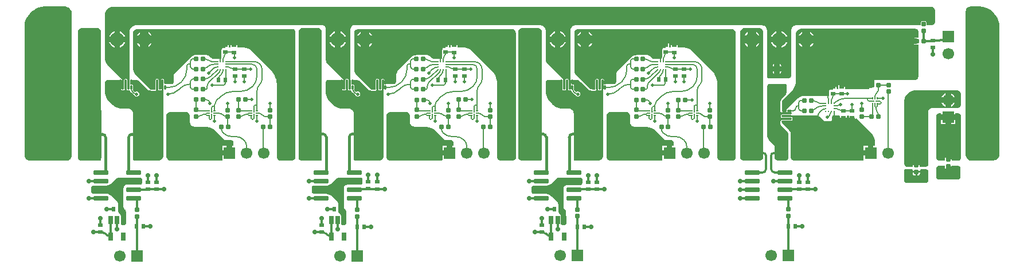
<source format=gtl>
G04*
G04 #@! TF.GenerationSoftware,Altium Limited,Altium Designer,22.5.1 (42)*
G04*
G04 Layer_Physical_Order=1*
G04 Layer_Color=16776960*
%FSLAX43Y43*%
%MOMM*%
G71*
G04*
G04 #@! TF.SameCoordinates,4758D546-D6FF-4842-BEF5-D4663405D71A*
G04*
G04*
G04 #@! TF.FilePolarity,Positive*
G04*
G01*
G75*
%ADD10C,0.200*%
%ADD12C,0.150*%
%ADD32C,0.300*%
%ADD33C,0.400*%
G04:AMPARAMS|DCode=34|XSize=0.27mm|YSize=1.457mm|CornerRadius=0.068mm|HoleSize=0mm|Usage=FLASHONLY|Rotation=0.000|XOffset=0mm|YOffset=0mm|HoleType=Round|Shape=RoundedRectangle|*
%AMROUNDEDRECTD34*
21,1,0.270,1.322,0,0,0.0*
21,1,0.135,1.457,0,0,0.0*
1,1,0.135,0.068,-0.661*
1,1,0.135,-0.068,-0.661*
1,1,0.135,-0.068,0.661*
1,1,0.135,0.068,0.661*
%
%ADD34ROUNDEDRECTD34*%
G04:AMPARAMS|DCode=35|XSize=0.27mm|YSize=0.655mm|CornerRadius=0.068mm|HoleSize=0mm|Usage=FLASHONLY|Rotation=0.000|XOffset=0mm|YOffset=0mm|HoleType=Round|Shape=RoundedRectangle|*
%AMROUNDEDRECTD35*
21,1,0.270,0.520,0,0,0.0*
21,1,0.135,0.655,0,0,0.0*
1,1,0.135,0.068,-0.260*
1,1,0.135,-0.068,-0.260*
1,1,0.135,-0.068,0.260*
1,1,0.135,0.068,0.260*
%
%ADD35ROUNDEDRECTD35*%
%ADD36R,0.250X0.350*%
%ADD37R,0.350X0.200*%
%ADD38R,0.200X0.350*%
%ADD39R,0.350X0.250*%
%ADD40C,0.250*%
G04:AMPARAMS|DCode=41|XSize=0.27mm|YSize=0.655mm|CornerRadius=0.068mm|HoleSize=0mm|Usage=FLASHONLY|Rotation=90.000|XOffset=0mm|YOffset=0mm|HoleType=Round|Shape=RoundedRectangle|*
%AMROUNDEDRECTD41*
21,1,0.270,0.520,0,0,90.0*
21,1,0.135,0.655,0,0,90.0*
1,1,0.135,0.260,0.068*
1,1,0.135,0.260,-0.068*
1,1,0.135,-0.260,-0.068*
1,1,0.135,-0.260,0.068*
%
%ADD41ROUNDEDRECTD41*%
G04:AMPARAMS|DCode=42|XSize=0.27mm|YSize=1.457mm|CornerRadius=0.068mm|HoleSize=0mm|Usage=FLASHONLY|Rotation=90.000|XOffset=0mm|YOffset=0mm|HoleType=Round|Shape=RoundedRectangle|*
%AMROUNDEDRECTD42*
21,1,0.270,1.322,0,0,90.0*
21,1,0.135,1.457,0,0,90.0*
1,1,0.135,0.661,0.068*
1,1,0.135,0.661,-0.068*
1,1,0.135,-0.661,-0.068*
1,1,0.135,-0.661,0.068*
%
%ADD42ROUNDEDRECTD42*%
G04:AMPARAMS|DCode=43|XSize=0.61mm|YSize=0.6mm|CornerRadius=0.075mm|HoleSize=0mm|Usage=FLASHONLY|Rotation=270.000|XOffset=0mm|YOffset=0mm|HoleType=Round|Shape=RoundedRectangle|*
%AMROUNDEDRECTD43*
21,1,0.610,0.450,0,0,270.0*
21,1,0.460,0.600,0,0,270.0*
1,1,0.150,-0.225,-0.230*
1,1,0.150,-0.225,0.230*
1,1,0.150,0.225,0.230*
1,1,0.150,0.225,-0.230*
%
%ADD43ROUNDEDRECTD43*%
G04:AMPARAMS|DCode=44|XSize=0.61mm|YSize=0.6mm|CornerRadius=0.075mm|HoleSize=0mm|Usage=FLASHONLY|Rotation=0.000|XOffset=0mm|YOffset=0mm|HoleType=Round|Shape=RoundedRectangle|*
%AMROUNDEDRECTD44*
21,1,0.610,0.450,0,0,0.0*
21,1,0.460,0.600,0,0,0.0*
1,1,0.150,0.230,-0.225*
1,1,0.150,-0.230,-0.225*
1,1,0.150,-0.230,0.225*
1,1,0.150,0.230,0.225*
%
%ADD44ROUNDEDRECTD44*%
G04:AMPARAMS|DCode=45|XSize=0.59mm|YSize=0.6mm|CornerRadius=0.074mm|HoleSize=0mm|Usage=FLASHONLY|Rotation=270.000|XOffset=0mm|YOffset=0mm|HoleType=Round|Shape=RoundedRectangle|*
%AMROUNDEDRECTD45*
21,1,0.590,0.453,0,0,270.0*
21,1,0.443,0.600,0,0,270.0*
1,1,0.148,-0.226,-0.221*
1,1,0.148,-0.226,0.221*
1,1,0.148,0.226,0.221*
1,1,0.148,0.226,-0.221*
%
%ADD45ROUNDEDRECTD45*%
G04:AMPARAMS|DCode=46|XSize=0.87mm|YSize=1.2mm|CornerRadius=0.217mm|HoleSize=0mm|Usage=FLASHONLY|Rotation=0.000|XOffset=0mm|YOffset=0mm|HoleType=Round|Shape=RoundedRectangle|*
%AMROUNDEDRECTD46*
21,1,0.870,0.765,0,0,0.0*
21,1,0.435,1.200,0,0,0.0*
1,1,0.435,0.217,-0.383*
1,1,0.435,-0.217,-0.383*
1,1,0.435,-0.217,0.383*
1,1,0.435,0.217,0.383*
%
%ADD46ROUNDEDRECTD46*%
G04:AMPARAMS|DCode=47|XSize=0.59mm|YSize=0.6mm|CornerRadius=0.074mm|HoleSize=0mm|Usage=FLASHONLY|Rotation=180.000|XOffset=0mm|YOffset=0mm|HoleType=Round|Shape=RoundedRectangle|*
%AMROUNDEDRECTD47*
21,1,0.590,0.453,0,0,180.0*
21,1,0.443,0.600,0,0,180.0*
1,1,0.148,-0.221,0.226*
1,1,0.148,0.221,0.226*
1,1,0.148,0.221,-0.226*
1,1,0.148,-0.221,-0.226*
%
%ADD47ROUNDEDRECTD47*%
G04:AMPARAMS|DCode=48|XSize=0.68mm|YSize=2.17mm|CornerRadius=0.085mm|HoleSize=0mm|Usage=FLASHONLY|Rotation=90.000|XOffset=0mm|YOffset=0mm|HoleType=Round|Shape=RoundedRectangle|*
%AMROUNDEDRECTD48*
21,1,0.680,2.000,0,0,90.0*
21,1,0.510,2.170,0,0,90.0*
1,1,0.170,1.000,0.255*
1,1,0.170,1.000,-0.255*
1,1,0.170,-1.000,-0.255*
1,1,0.170,-1.000,0.255*
%
%ADD48ROUNDEDRECTD48*%
G04:AMPARAMS|DCode=49|XSize=1.2mm|YSize=1.83mm|CornerRadius=0.15mm|HoleSize=0mm|Usage=FLASHONLY|Rotation=0.000|XOffset=0mm|YOffset=0mm|HoleType=Round|Shape=RoundedRectangle|*
%AMROUNDEDRECTD49*
21,1,1.200,1.530,0,0,0.0*
21,1,0.900,1.830,0,0,0.0*
1,1,0.300,0.450,-0.765*
1,1,0.300,-0.450,-0.765*
1,1,0.300,-0.450,0.765*
1,1,0.300,0.450,0.765*
%
%ADD49ROUNDEDRECTD49*%
G04:AMPARAMS|DCode=50|XSize=1.45mm|YSize=3.43mm|CornerRadius=0.181mm|HoleSize=0mm|Usage=FLASHONLY|Rotation=0.000|XOffset=0mm|YOffset=0mm|HoleType=Round|Shape=RoundedRectangle|*
%AMROUNDEDRECTD50*
21,1,1.450,3.068,0,0,0.0*
21,1,1.087,3.430,0,0,0.0*
1,1,0.363,0.544,-1.534*
1,1,0.363,-0.544,-1.534*
1,1,0.363,-0.544,1.534*
1,1,0.363,0.544,1.534*
%
%ADD50ROUNDEDRECTD50*%
G04:AMPARAMS|DCode=51|XSize=1.28mm|YSize=1.87mm|CornerRadius=0.16mm|HoleSize=0mm|Usage=FLASHONLY|Rotation=180.000|XOffset=0mm|YOffset=0mm|HoleType=Round|Shape=RoundedRectangle|*
%AMROUNDEDRECTD51*
21,1,1.280,1.550,0,0,180.0*
21,1,0.960,1.870,0,0,180.0*
1,1,0.320,-0.480,0.775*
1,1,0.320,0.480,0.775*
1,1,0.320,0.480,-0.775*
1,1,0.320,-0.480,-0.775*
%
%ADD51ROUNDEDRECTD51*%
G04:AMPARAMS|DCode=52|XSize=0.61mm|YSize=1.26mm|CornerRadius=0.076mm|HoleSize=0mm|Usage=FLASHONLY|Rotation=0.000|XOffset=0mm|YOffset=0mm|HoleType=Round|Shape=RoundedRectangle|*
%AMROUNDEDRECTD52*
21,1,0.610,1.108,0,0,0.0*
21,1,0.458,1.260,0,0,0.0*
1,1,0.153,0.229,-0.554*
1,1,0.153,-0.229,-0.554*
1,1,0.153,-0.229,0.554*
1,1,0.153,0.229,0.554*
%
%ADD52ROUNDEDRECTD52*%
%ADD53C,1.400*%
%ADD54R,1.700X1.700*%
%ADD55C,1.700*%
%ADD56R,1.700X1.700*%
%ADD57C,2.100*%
%ADD58C,0.500*%
%ADD59C,0.700*%
%ADD60C,1.000*%
G36*
X69503Y20551D02*
X69896Y20446D01*
X70272Y20290D01*
X70624Y20087D01*
X70947Y19839D01*
X71235Y19551D01*
X71483Y19229D01*
X71686Y18876D01*
X71842Y18500D01*
X71947Y18107D01*
X72000Y17704D01*
Y17501D01*
Y-1279D01*
X72000Y-1279D01*
X72000Y-1373D01*
X71963Y-1556D01*
X71892Y-1730D01*
X71788Y-1886D01*
X71655Y-2018D01*
X71499Y-2122D01*
X71326Y-2194D01*
X71142Y-2231D01*
X71048Y-2231D01*
X67845Y-2231D01*
X67763Y-2231D01*
X67602Y-2199D01*
X67450Y-2136D01*
X67314Y-2044D01*
X67198Y-1928D01*
X67106Y-1792D01*
X67044Y-1640D01*
X67011Y-1479D01*
X67011Y-1397D01*
X67011Y19871D01*
X67011Y19871D01*
X67011Y19871D01*
X67022Y19994D01*
X67040Y20085D01*
X67095Y20218D01*
X67175Y20338D01*
X67277Y20441D01*
X67397Y20521D01*
X67531Y20576D01*
X67673Y20604D01*
X67745Y20604D01*
X69100Y20604D01*
X69503Y20551D01*
D02*
G37*
G36*
X-59086Y20501D02*
X61913Y20500D01*
X61913Y20500D01*
X61913Y20500D01*
X62038Y20497D01*
X62246Y20411D01*
X62412Y20245D01*
X62501Y20029D01*
X62501Y19912D01*
Y18350D01*
X62501Y18350D01*
Y18241D01*
X62418Y18039D01*
X62263Y17884D01*
X62061Y17801D01*
X61232D01*
Y18200D01*
X61217Y18278D01*
X61173Y18345D01*
X61106Y18389D01*
X61028Y18404D01*
X60578D01*
X60500Y18389D01*
X60434Y18345D01*
X60390Y18278D01*
X60374Y18200D01*
Y17801D01*
X41979Y17801D01*
X41979Y17801D01*
X41909Y17797D01*
X41771Y17770D01*
X41642Y17716D01*
X41525Y17638D01*
X41425Y17539D01*
X41347Y17422D01*
X41294Y17292D01*
X41266Y17154D01*
X41263Y17084D01*
Y17057D01*
X41274Y17030D01*
X41274Y16938D01*
X41274Y11065D01*
Y10337D01*
X41263Y10310D01*
Y10275D01*
X41197Y10116D01*
X41075Y9994D01*
X40916Y9928D01*
X38013D01*
X37945Y9928D01*
X37818Y9980D01*
X37721Y10077D01*
X37669Y10204D01*
X37669Y10232D01*
X37664Y10243D01*
X37664Y10322D01*
Y16899D01*
X37664Y16999D01*
X37669Y17010D01*
Y17044D01*
X37669D01*
X37669Y17044D01*
X37669Y17044D01*
X37665Y17118D01*
X37657Y17161D01*
X37636Y17264D01*
X37580Y17401D01*
X37497Y17524D01*
X37392Y17629D01*
X37269Y17712D01*
X37132Y17768D01*
X36986Y17797D01*
X36912Y17801D01*
X9397Y17801D01*
X9397Y17801D01*
X9324Y17797D01*
X9181Y17769D01*
X9046Y17713D01*
X8925Y17632D01*
X8822Y17528D01*
X8741Y17407D01*
X8685Y17272D01*
X8656Y17129D01*
X8653Y17056D01*
X8653Y8569D01*
X8563Y8479D01*
X8396Y8479D01*
Y9402D01*
X8389D01*
Y9664D01*
X8375Y9739D01*
X8332Y9803D01*
X8268Y9846D01*
X8193Y9860D01*
X8058D01*
X7983Y9846D01*
X7919Y9803D01*
X7877Y9739D01*
X7862Y9664D01*
Y8479D01*
X7600D01*
Y9629D01*
X7600Y9629D01*
X7600Y9629D01*
X7600Y9629D01*
X7599Y9652D01*
X7590Y9698D01*
X7590Y9698D01*
X7577Y9729D01*
X7575Y9739D01*
X7571Y9744D01*
X7532Y9803D01*
X7509Y9818D01*
X5215Y12113D01*
Y12113D01*
X5133Y12206D01*
X5063Y12310D01*
X4999Y12464D01*
X4967Y12628D01*
X4967Y12711D01*
X4967Y17049D01*
X4967D01*
X4967Y17049D01*
X4963Y17123D01*
X4935Y17267D01*
X4878Y17404D01*
X4796Y17526D01*
X4692Y17630D01*
X4570Y17712D01*
X4433Y17768D01*
X4289Y17797D01*
X4215Y17801D01*
X-23303Y17801D01*
X-23303Y17801D01*
X-23405Y17790D01*
X-23595Y17712D01*
X-23740Y17567D01*
X-23819Y17377D01*
X-23829Y17274D01*
Y9666D01*
X-23830Y9663D01*
Y9143D01*
X-23829Y9140D01*
Y8864D01*
X-23830Y8861D01*
Y8479D01*
X-24102D01*
Y9664D01*
X-24117Y9739D01*
X-24160Y9803D01*
X-24223Y9846D01*
X-24298Y9860D01*
X-24433D01*
X-24508Y9846D01*
X-24572Y9803D01*
X-24615Y9739D01*
X-24630Y9664D01*
Y8479D01*
X-24901D01*
X-24901Y9685D01*
X-24901Y9685D01*
X-24901Y9685D01*
X-24901Y9685D01*
X-24901Y9686D01*
X-24902Y9699D01*
X-24907Y9727D01*
X-24907Y9727D01*
X-24918Y9753D01*
X-24918Y9753D01*
X-24934Y9776D01*
X-24934Y9776D01*
X-24943Y9786D01*
X-24943Y9786D01*
X-24951Y9794D01*
X-24959Y9802D01*
X-24960Y9803D01*
X-24960Y9803D01*
X-27213Y12056D01*
X-27297Y12148D01*
X-27390Y12287D01*
X-27465Y12468D01*
X-27503Y12659D01*
Y12756D01*
X-27503Y17309D01*
X-27503Y17309D01*
X-27512Y17405D01*
X-27523Y17430D01*
X-27586Y17582D01*
X-27721Y17718D01*
X-27899Y17791D01*
X-27995Y17801D01*
X-55497Y17801D01*
X-55497Y17801D01*
X-55596Y17796D01*
X-55790Y17757D01*
X-55973Y17681D01*
X-56138Y17572D01*
X-56277Y17432D01*
X-56387Y17267D01*
X-56463Y17084D01*
X-56502Y16890D01*
X-56507Y16791D01*
Y9614D01*
X-56512Y9602D01*
Y9114D01*
X-56509Y9107D01*
X-56511Y9101D01*
X-56507Y9092D01*
Y8603D01*
X-56596Y8514D01*
X-56769Y8514D01*
Y9620D01*
X-56777Y9638D01*
Y9664D01*
X-56791Y9739D01*
X-56834Y9803D01*
X-56898Y9846D01*
X-56973Y9860D01*
X-57003D01*
X-57003Y9861D01*
X-57003Y9860D01*
X-57006D01*
X-57006Y9861D01*
X-57017Y9860D01*
X-57108D01*
X-57183Y9846D01*
X-57247Y9803D01*
X-57289Y9739D01*
X-57304Y9664D01*
Y9620D01*
X-57312Y9602D01*
Y8479D01*
X-57569D01*
Y9664D01*
X-57584Y9700D01*
X-57591Y9739D01*
X-57598Y9750D01*
X-57627Y9819D01*
X-57674Y9889D01*
X-57702Y9920D01*
X-59645Y11863D01*
Y11863D01*
X-59645D01*
X-59735Y11952D01*
X-59749Y11967D01*
X-59912Y12211D01*
X-60025Y12483D01*
X-60082Y12771D01*
X-60082Y12918D01*
X-60082Y19504D01*
X-60082Y19602D01*
X-60044Y19795D01*
X-59969Y19976D01*
X-59860Y20140D01*
X-59722Y20278D01*
X-59558Y20388D01*
X-59377Y20463D01*
X-59185Y20501D01*
X-59086Y20501D01*
D02*
G37*
G36*
X-22820Y9679D02*
X-22582Y9580D01*
X-22367Y9437D01*
X-22276Y9346D01*
X-22276Y9346D01*
X-22276Y9346D01*
X-21336Y8406D01*
X-21256Y8333D01*
X-21077Y8214D01*
X-20878Y8131D01*
X-20666Y8089D01*
X-20559Y8084D01*
X-20213D01*
X-20174Y8088D01*
X-20103Y8117D01*
X-20049Y8171D01*
X-20020Y8242D01*
X-20016Y8281D01*
X-20016Y8281D01*
Y8360D01*
X-20012Y8370D01*
Y9638D01*
X-19755D01*
Y9395D01*
X-19750Y9383D01*
Y8436D01*
X-19747D01*
Y8334D01*
X-19732Y8259D01*
X-19690Y8196D01*
X-19626Y8153D01*
X-19551Y8138D01*
X-19416D01*
X-19341Y8153D01*
X-19277Y8196D01*
X-19235Y8259D01*
X-19220Y8334D01*
Y8388D01*
X-19212Y8407D01*
Y9638D01*
X-18955D01*
Y9395D01*
X-18951Y9386D01*
Y9163D01*
X-18951Y9162D01*
X-18951Y-1516D01*
X-18951Y-1589D01*
X-18979Y-1731D01*
X-19034Y-1865D01*
X-19115Y-1985D01*
X-19218Y-2088D01*
X-19338Y-2168D01*
X-19472Y-2224D01*
X-19614Y-2252D01*
X-19687Y-2252D01*
X-23089D01*
X-23141Y-2252D01*
X-23237Y-2212D01*
X-23311Y-2138D01*
X-23351Y-2042D01*
X-23351Y-1990D01*
X-23351Y4641D01*
X-23355Y4724D01*
X-23388Y4888D01*
X-23451Y5042D01*
X-23544Y5181D01*
X-23662Y5299D01*
X-23801Y5392D01*
X-23955Y5455D01*
X-24076Y5479D01*
X-24085Y5481D01*
X-24085Y5481D01*
X-24119Y5488D01*
X-24200Y5492D01*
X-24202Y5492D01*
X-24202Y5492D01*
X-24327Y5492D01*
X-24980D01*
X-25197Y5492D01*
X-25622Y5577D01*
X-26022Y5742D01*
X-26382Y5983D01*
X-26536Y6136D01*
X-26536Y6136D01*
X-26845Y6446D01*
X-27004Y6605D01*
X-27254Y6978D01*
X-27425Y7393D01*
X-27513Y7834D01*
X-27513Y8059D01*
Y9431D01*
X-27457Y9568D01*
X-27352Y9672D01*
X-27215Y9729D01*
X-25077Y9729D01*
X-25056Y9708D01*
X-25055Y9707D01*
X-25055Y9707D01*
X-25046Y9698D01*
X-25046Y9698D01*
X-25046Y9698D01*
X-25041Y9693D01*
X-25041Y9693D01*
X-25038Y9689D01*
X-25038Y9687D01*
X-25037Y9683D01*
X-25037Y9681D01*
X-25037Y8479D01*
X-25030Y8462D01*
Y8342D01*
X-25015Y8267D01*
X-24972Y8203D01*
X-24908Y8161D01*
X-24833Y8146D01*
X-24698D01*
X-24623Y8161D01*
X-24560Y8203D01*
X-24517Y8267D01*
X-24502Y8342D01*
Y8461D01*
X-24494Y8479D01*
Y9651D01*
X-24487Y9687D01*
X-24475Y9705D01*
X-24456Y9718D01*
X-24420Y9725D01*
X-24312D01*
X-24276Y9718D01*
X-24257Y9705D01*
X-24244Y9687D01*
X-24237Y9651D01*
Y8479D01*
X-24230Y8461D01*
Y8341D01*
X-24215Y8266D01*
X-24172Y8202D01*
X-24108Y8160D01*
X-24033Y8145D01*
X-23898D01*
X-23823Y8160D01*
X-23699Y8090D01*
X-23668Y8016D01*
X-23544Y7854D01*
X-23543Y7856D01*
X-23317Y7630D01*
X-23317Y7630D01*
X-23318Y7629D01*
X-23157Y7505D01*
X-23127Y7492D01*
X-23087Y7395D01*
X-22981Y7290D01*
X-22843Y7233D01*
X-22694D01*
X-22556Y7290D01*
X-22451Y7395D01*
X-22394Y7533D01*
Y7682D01*
X-22451Y7820D01*
X-22556Y7925D01*
X-22694Y7983D01*
X-22843D01*
X-22981Y7925D01*
X-23003Y7904D01*
X-23027Y7920D01*
X-23028Y7919D01*
X-23028Y7919D01*
X-23254Y8145D01*
X-23253Y8146D01*
X-23325Y8254D01*
X-23317Y8266D01*
X-23302Y8341D01*
Y8861D01*
X-23317Y8936D01*
X-23360Y9000D01*
X-23423Y9043D01*
X-23498Y9057D01*
X-23614D01*
X-23658Y9104D01*
X-23694Y9175D01*
Y9602D01*
X-23595Y9728D01*
X-23594Y9729D01*
X-23201D01*
X-23072Y9729D01*
X-22820Y9679D01*
D02*
G37*
G36*
X-55339Y9694D02*
X-55174Y9626D01*
X-55054Y9545D01*
X-54963Y9463D01*
X-54963Y9463D01*
X-54878Y9379D01*
X-53905Y8406D01*
X-53825Y8333D01*
X-53646Y8214D01*
X-53447Y8131D01*
X-53235Y8089D01*
X-53128Y8084D01*
X-52737D01*
X-52696Y8088D01*
X-52621Y8119D01*
X-52564Y8176D01*
X-52533Y8251D01*
X-52529Y8292D01*
X-52529Y8292D01*
Y9498D01*
X-52265D01*
Y8502D01*
X-52262D01*
Y8342D01*
X-52247Y8267D01*
X-52204Y8203D01*
X-52141Y8161D01*
X-52066Y8146D01*
X-51931D01*
X-51855Y8161D01*
X-51792Y8203D01*
X-51749Y8267D01*
X-51734Y8342D01*
Y8502D01*
X-51730D01*
Y9498D01*
X-51464D01*
X-51464Y-1404D01*
X-51464Y-1488D01*
X-51496Y-1652D01*
X-51560Y-1806D01*
X-51653Y-1945D01*
X-51771Y-2063D01*
X-51910Y-2156D01*
X-52064Y-2220D01*
X-52228Y-2252D01*
X-52312Y-2252D01*
X-55710D01*
X-55806Y-2212D01*
X-55880Y-2138D01*
X-55920Y-2042D01*
X-55920Y-1990D01*
X-55920Y4641D01*
X-55924Y4724D01*
X-55957Y4888D01*
X-56020Y5042D01*
X-56113Y5181D01*
X-56231Y5299D01*
X-56370Y5392D01*
X-56524Y5455D01*
X-56645Y5479D01*
X-56654Y5481D01*
X-56654Y5481D01*
X-56688Y5488D01*
X-56769Y5492D01*
X-56771Y5492D01*
X-56771Y5492D01*
X-56896Y5492D01*
X-57549D01*
X-57766Y5492D01*
X-58191Y5577D01*
X-58591Y5742D01*
X-58951Y5983D01*
X-59105Y6136D01*
X-59105Y6136D01*
X-59414Y6446D01*
X-59573Y6605D01*
X-59823Y6978D01*
X-59994Y7393D01*
X-60082Y7834D01*
X-60082Y8059D01*
Y9339D01*
X-60008Y9518D01*
X-59871Y9655D01*
X-59693Y9729D01*
X-59596D01*
X-59596Y9729D01*
X-57757Y9729D01*
X-57704Y9664D01*
Y8342D01*
X-57689Y8267D01*
X-57647Y8203D01*
X-57583Y8161D01*
X-57508Y8146D01*
X-57373D01*
X-57298Y8161D01*
X-57234Y8203D01*
X-57191Y8267D01*
X-57177Y8342D01*
Y9602D01*
X-57079Y9725D01*
X-57005Y9725D01*
X-56904Y9620D01*
Y8341D01*
X-56889Y8266D01*
X-56847Y8202D01*
X-56783Y8160D01*
X-56708Y8145D01*
X-56573D01*
X-56498Y8160D01*
X-56373Y8090D01*
X-56343Y8016D01*
X-56219Y7854D01*
X-56217Y7856D01*
X-56081Y7720D01*
X-55993Y7629D01*
X-55993Y7629D01*
X-55832Y7505D01*
X-55801Y7492D01*
X-55761Y7395D01*
X-55656Y7290D01*
X-55518Y7233D01*
X-55369D01*
X-55231Y7290D01*
X-55125Y7395D01*
X-55068Y7533D01*
Y7682D01*
X-55125Y7820D01*
X-55231Y7925D01*
X-55369Y7983D01*
X-55518D01*
X-55656Y7925D01*
X-55677Y7904D01*
X-55701Y7920D01*
X-55792Y8009D01*
X-55929Y8145D01*
X-55927Y8146D01*
X-56000Y8254D01*
X-55991Y8266D01*
X-55977Y8341D01*
Y8861D01*
X-55991Y8936D01*
X-56034Y9000D01*
X-56098Y9043D01*
X-56173Y9057D01*
X-56308D01*
X-56377Y9114D01*
Y9602D01*
X-56277Y9729D01*
X-55603D01*
X-55514Y9729D01*
X-55339Y9694D01*
D02*
G37*
G36*
X9725Y9692D02*
X9889Y9624D01*
X10008Y9544D01*
X10098Y9463D01*
X10098Y9463D01*
X10182Y9379D01*
X11155Y8406D01*
X11235Y8333D01*
X11415Y8214D01*
X11614Y8131D01*
X11825Y8089D01*
X11933Y8084D01*
X12207D01*
X12249Y8088D01*
X12328Y8120D01*
X12388Y8180D01*
X12420Y8259D01*
X12424Y8301D01*
X12424Y8301D01*
Y8389D01*
X12428Y8397D01*
Y9506D01*
X12685D01*
Y8512D01*
X12693Y8493D01*
Y8334D01*
X12707Y8259D01*
X12750Y8196D01*
X12814Y8153D01*
X12889Y8138D01*
X13024D01*
X13099Y8153D01*
X13163Y8196D01*
X13205Y8259D01*
X13220Y8334D01*
Y8497D01*
X13226Y8512D01*
X13229D01*
Y9506D01*
X13480D01*
X13480Y-1444D01*
Y-1523D01*
X13449Y-1679D01*
X13388Y-1827D01*
X13299Y-1959D01*
X13187Y-2072D01*
X13054Y-2160D01*
X12907Y-2221D01*
X12795Y-2243D01*
X12671Y-2252D01*
X12671Y-2252D01*
X12671Y-2252D01*
X9403D01*
X9351Y-2252D01*
X9254Y-2212D01*
X9181Y-2138D01*
X9141Y-2042D01*
X9141Y-1990D01*
X9141Y4641D01*
X9137Y4724D01*
X9104Y4888D01*
X9040Y5042D01*
X8947Y5181D01*
X8829Y5299D01*
X8690Y5392D01*
X8536Y5455D01*
X8416Y5479D01*
X8407Y5481D01*
X8407Y5481D01*
X8372Y5488D01*
X8292Y5492D01*
X8289Y5492D01*
X8289Y5492D01*
X8164Y5492D01*
X7511D01*
X7295Y5492D01*
X6870Y5577D01*
X6469Y5742D01*
X6109Y5983D01*
X5956Y6136D01*
X5956Y6136D01*
X5646Y6446D01*
X5488Y6605D01*
X5238Y6978D01*
X5066Y7393D01*
X4978Y7834D01*
X4978Y8059D01*
Y9394D01*
X5042Y9546D01*
X5158Y9663D01*
X5311Y9726D01*
X5393Y9726D01*
Y9726D01*
X7410Y9726D01*
X7413Y9723D01*
X7426Y9717D01*
X7434Y9706D01*
X7434Y9705D01*
X7452Y9679D01*
Y9677D01*
X7460Y9658D01*
X7462Y9647D01*
Y8342D01*
X7477Y8267D01*
X7519Y8203D01*
X7583Y8161D01*
X7658Y8146D01*
X7793D01*
X7868Y8161D01*
X7932Y8203D01*
X7975Y8267D01*
X7989Y8342D01*
Y8461D01*
X7997Y8479D01*
Y9651D01*
X8004Y9687D01*
X8017Y9705D01*
X8036Y9718D01*
X8072Y9725D01*
X8180D01*
X8216Y9718D01*
X8234Y9705D01*
X8247Y9687D01*
X8254Y9651D01*
Y9402D01*
X8261Y9387D01*
Y8479D01*
X8262Y8476D01*
Y8341D01*
X8277Y8266D01*
X8319Y8202D01*
X8383Y8160D01*
X8458Y8145D01*
X8593D01*
X8668Y8160D01*
X8793Y8090D01*
X8823Y8016D01*
X8947Y7854D01*
X8949Y7856D01*
X9175Y7630D01*
X9175Y7630D01*
X9173Y7629D01*
X9334Y7505D01*
X9365Y7492D01*
X9405Y7395D01*
X9510Y7290D01*
X9648Y7233D01*
X9797D01*
X9935Y7290D01*
X10041Y7395D01*
X10098Y7533D01*
Y7682D01*
X10041Y7820D01*
X9935Y7925D01*
X9797Y7983D01*
X9648D01*
X9510Y7925D01*
X9489Y7904D01*
X9465Y7920D01*
X9463Y7919D01*
X9463Y7919D01*
X9237Y8145D01*
X9239Y8146D01*
X9166Y8254D01*
X9175Y8266D01*
X9189Y8341D01*
Y8861D01*
X9175Y8936D01*
X9132Y9000D01*
X9068Y9043D01*
X8993Y9057D01*
X8858D01*
X8789Y9114D01*
Y9599D01*
X8889Y9724D01*
X8892Y9726D01*
X9464D01*
X9552Y9726D01*
X9725Y9692D01*
D02*
G37*
G36*
X42743Y17281D02*
X59568Y17281D01*
X59568Y17281D01*
X59568Y17281D01*
X59569D01*
X59686Y17273D01*
X59850Y17206D01*
X59989Y17066D01*
X60065Y16883D01*
X60065Y16785D01*
Y16064D01*
X59938Y15956D01*
X59559D01*
X59452Y15935D01*
X59361Y15874D01*
X59345Y15851D01*
X59789D01*
Y15051D01*
X59345D01*
X59361Y15027D01*
X59452Y14967D01*
X59559Y14945D01*
X60019D01*
X60065Y14907D01*
X60065Y10320D01*
X60065Y10320D01*
X60065Y10196D01*
X59970Y9968D01*
X59796Y9793D01*
X59567Y9699D01*
X59444Y9699D01*
X53540D01*
Y8943D01*
X53140D01*
Y8543D01*
X52696D01*
X52712Y8519D01*
X52769Y8481D01*
X52730Y8354D01*
X49300D01*
X49220Y8452D01*
X49221Y8458D01*
Y8901D01*
X49199Y9008D01*
X49139Y9098D01*
X49115Y9114D01*
Y8680D01*
X48315D01*
Y9114D01*
X48292Y9098D01*
X48231Y9008D01*
X48210Y8901D01*
Y8458D01*
X48119Y8379D01*
X48051D01*
X47957Y8482D01*
Y8901D01*
X47935Y9008D01*
X47875Y9098D01*
X47851Y9114D01*
Y8680D01*
X47451D01*
Y8280D01*
X46938D01*
X46892Y8234D01*
X46852Y8137D01*
X46847Y8084D01*
Y7574D01*
X46847Y7574D01*
Y7518D01*
X46804Y7416D01*
X46726Y7338D01*
X46624Y7296D01*
X46569Y7296D01*
X45826D01*
X42929Y7296D01*
X42929Y7296D01*
X42834Y7291D01*
X42647Y7254D01*
X42471Y7181D01*
X42313Y7076D01*
X42242Y7011D01*
X40600Y5370D01*
X40600Y5369D01*
X40584Y5352D01*
X40559Y5314D01*
X40541Y5271D01*
X40532Y5225D01*
X40531Y5202D01*
Y5155D01*
X40531Y5155D01*
X40531Y5128D01*
X40510Y5079D01*
X40473Y5041D01*
X40424Y5021D01*
X39970D01*
X39866Y5090D01*
Y6326D01*
X39866Y6404D01*
X39896Y6557D01*
X39956Y6701D01*
X40042Y6830D01*
X41368Y8156D01*
X41368D01*
X41368Y8156D01*
X41485Y8285D01*
X41679Y8576D01*
X41813Y8899D01*
X41881Y9242D01*
X41890Y9417D01*
X41890Y13253D01*
Y16428D01*
X41890Y16512D01*
X41923Y16677D01*
X41987Y16832D01*
X42081Y16972D01*
X42199Y17091D01*
X42339Y17184D01*
X42494Y17248D01*
X42659Y17281D01*
X42743Y17281D01*
D02*
G37*
G36*
X65703Y8152D02*
X65817D01*
X66027Y8065D01*
X66187Y7904D01*
X66272Y7700D01*
X66274Y7581D01*
Y7581D01*
X66274Y7581D01*
X66274Y7581D01*
X66274Y6087D01*
X66274Y5977D01*
X66190Y5775D01*
X66035Y5620D01*
X65841Y5539D01*
X65723Y5536D01*
X65723Y5536D01*
X65723Y5536D01*
X62086Y5536D01*
X61972Y5525D01*
X61760Y5437D01*
X61599Y5276D01*
X61514Y5071D01*
X61511Y5064D01*
X61500Y4950D01*
X61500D01*
X61500Y4950D01*
X61500Y-2729D01*
X61500Y-2811D01*
X61437Y-2964D01*
X61320Y-3080D01*
X61168Y-3143D01*
X61085Y-3143D01*
X60223D01*
X60214Y-3132D01*
Y-2672D01*
X60193Y-2565D01*
X60132Y-2474D01*
X60109Y-2458D01*
Y-2902D01*
X59309D01*
Y-2458D01*
X59286Y-2474D01*
X59225Y-2565D01*
X59204Y-2672D01*
Y-3132D01*
X59194Y-3143D01*
X58344D01*
X58256Y-3143D01*
X58093Y-3076D01*
X57968Y-2951D01*
X57900Y-2788D01*
X57900Y-2699D01*
Y6451D01*
Y6619D01*
X57965Y6947D01*
X58094Y7257D01*
X58280Y7535D01*
X58516Y7772D01*
X58795Y7958D01*
X59104Y8086D01*
X59433Y8152D01*
X59600D01*
X59600Y8152D01*
X65703Y8152D01*
D02*
G37*
G36*
X66052Y4727D02*
X66196Y4582D01*
X66265Y4415D01*
X66274Y4292D01*
X66274Y4292D01*
X66274Y4292D01*
X66274Y-1873D01*
Y-1939D01*
X66224Y-2061D01*
X66130Y-2155D01*
X66008Y-2205D01*
X65942Y-2205D01*
X64971Y-2205D01*
Y-1872D01*
X64950Y-1765D01*
X64889Y-1674D01*
X64865Y-1658D01*
Y-2102D01*
X64065D01*
Y-1658D01*
X64042Y-1674D01*
X63981Y-1765D01*
X63960Y-1872D01*
Y-2205D01*
X63076Y-2205D01*
X62996Y-2205D01*
X62849Y-2144D01*
X62736Y-2031D01*
X62674Y-1883D01*
X62674Y-1803D01*
X62674Y-1803D01*
Y4332D01*
Y4426D01*
X62746Y4600D01*
X62879Y4733D01*
X63053Y4805D01*
X63147D01*
X63147Y4805D01*
X63375D01*
Y4592D01*
X64425D01*
X65475D01*
Y4805D01*
X65864D01*
X66052Y4727D01*
D02*
G37*
G36*
X-50455Y4930D02*
X-48117Y4928D01*
X-48117Y4928D01*
X-48117Y4928D01*
X-48116D01*
X-47999Y4925D01*
X-47798Y4842D01*
X-47639Y4683D01*
X-47554Y4476D01*
X-47554Y4364D01*
X-47554Y3502D01*
X-47550Y3432D01*
X-47523Y3295D01*
X-47469Y3165D01*
X-47392Y3049D01*
X-47293Y2950D01*
X-47176Y2872D01*
X-47047Y2819D01*
X-46910Y2791D01*
X-46840Y2788D01*
X-45285Y2788D01*
X-45285Y2788D01*
X-45285Y2788D01*
X-45072Y2788D01*
X-44654Y2705D01*
X-44261Y2542D01*
X-43906Y2305D01*
X-43756Y2155D01*
X-42402Y801D01*
X-41551Y801D01*
X-41551Y801D01*
X-41551Y801D01*
X-41551D01*
X-41435Y789D01*
X-41301Y733D01*
X-41176Y609D01*
X-41109Y446D01*
X-41109Y358D01*
Y-62D01*
X-41316D01*
Y-1112D01*
X-41716D01*
Y-1512D01*
X-42766D01*
Y-2162D01*
X-42866Y-2226D01*
X-50542D01*
X-50756Y-2137D01*
X-50920Y-1973D01*
X-51009Y-1759D01*
Y-1643D01*
Y4376D01*
X-51009Y4486D01*
X-50924Y4690D01*
X-50769Y4846D01*
X-50565Y4930D01*
X-50455Y4930D01*
D02*
G37*
G36*
X14526Y4921D02*
X16864Y4920D01*
X16864Y4920D01*
X16864Y4920D01*
X16865D01*
X16983Y4917D01*
X17184Y4834D01*
X17342Y4675D01*
X17428Y4468D01*
X17428Y4356D01*
X17428Y3494D01*
X17431Y3424D01*
X17459Y3286D01*
X17512Y3157D01*
X17590Y3041D01*
X17689Y2942D01*
X17805Y2864D01*
X17934Y2811D01*
X18072Y2783D01*
X18142Y2780D01*
X19696Y2780D01*
X19696Y2780D01*
X19696Y2780D01*
X19909Y2780D01*
X20327Y2697D01*
X20721Y2534D01*
X21075Y2297D01*
X21226Y2146D01*
X22580Y792D01*
X23430Y792D01*
X23430Y792D01*
X23430Y792D01*
X23430D01*
X23547Y780D01*
X23681Y725D01*
X23805Y601D01*
X23872Y438D01*
X23872Y350D01*
Y-70D01*
X23666D01*
Y-1120D01*
X23266D01*
Y-1520D01*
X22216D01*
Y-2170D01*
X22115Y-2234D01*
X14440D01*
X14226Y-2146D01*
X14062Y-1982D01*
X13973Y-1767D01*
Y-1651D01*
Y4368D01*
X13973Y4478D01*
X14057Y4682D01*
X14213Y4837D01*
X14416Y4921D01*
X14526Y4921D01*
D02*
G37*
G36*
X-17955D02*
X-15617Y4920D01*
X-15617Y4920D01*
X-15617Y4920D01*
X-15616D01*
X-15499Y4917D01*
X-15298Y4834D01*
X-15139Y4675D01*
X-15053Y4468D01*
X-15053Y4356D01*
X-15053Y3494D01*
X-15050Y3424D01*
X-15023Y3286D01*
X-14969Y3157D01*
X-14891Y3041D01*
X-14792Y2942D01*
X-14676Y2864D01*
X-14547Y2811D01*
X-14410Y2783D01*
X-14340Y2780D01*
X-12785Y2780D01*
X-12785Y2780D01*
X-12785Y2780D01*
X-12572Y2780D01*
X-12154Y2697D01*
X-11760Y2534D01*
X-11406Y2297D01*
X-11255Y2146D01*
X-9901Y792D01*
X-9051Y792D01*
X-9051Y792D01*
X-9051Y792D01*
X-9051D01*
X-8934Y780D01*
X-8801Y725D01*
X-8676Y601D01*
X-8609Y438D01*
X-8609Y350D01*
Y-70D01*
X-8815D01*
Y-1120D01*
X-9215D01*
Y-1520D01*
X-10265D01*
Y-2170D01*
X-10366Y-2234D01*
X-18041D01*
X-18256Y-2146D01*
X-18420Y-1982D01*
X-18508Y-1767D01*
Y-1651D01*
Y4368D01*
X-18508Y4478D01*
X-18424Y4682D01*
X-18268Y4837D01*
X-18065Y4921D01*
X-17955Y4921D01*
D02*
G37*
G36*
X-63500Y17401D02*
X-61356Y17401D01*
X-61238Y17401D01*
D01*
X-61121Y17399D01*
X-60914Y17313D01*
X-60752Y17152D01*
X-60665Y16942D01*
X-60665Y16828D01*
X-60665Y13647D01*
X-60665Y-2040D01*
X-60665Y-2040D01*
Y-2083D01*
X-60698Y-2161D01*
X-60758Y-2221D01*
X-60836Y-2254D01*
X-63583D01*
X-63686Y-2254D01*
X-63876Y-2175D01*
X-64021Y-2030D01*
X-64100Y-1840D01*
X-64100Y-1737D01*
Y16801D01*
X-64100Y16920D01*
X-64009Y17141D01*
X-63840Y17309D01*
X-63619Y17401D01*
X-63500Y17401D01*
D02*
G37*
G36*
X-66061Y20581D02*
Y20581D01*
X-66061D01*
X-65943Y20579D01*
X-65751Y20540D01*
X-65558Y20461D01*
X-65385Y20344D01*
X-65237Y20197D01*
X-65121Y20023D01*
X-65041Y19830D01*
X-65000Y19625D01*
Y19520D01*
X-65000Y-1457D01*
X-65000Y-1457D01*
Y-1535D01*
X-65031Y-1689D01*
X-65091Y-1834D01*
X-65178Y-1965D01*
X-65289Y-2076D01*
X-65419Y-2163D01*
X-65564Y-2223D01*
X-65718Y-2254D01*
X-65797D01*
X-71166Y-2254D01*
X-71248Y-2254D01*
X-71409Y-2222D01*
X-71561Y-2159D01*
X-71698Y-2067D01*
X-71814Y-1951D01*
X-71905Y-1815D01*
X-71968Y-1663D01*
X-72000Y-1502D01*
X-72000Y-1420D01*
Y17501D01*
Y17703D01*
X-71947Y18103D01*
X-71843Y18493D01*
X-71688Y18866D01*
X-71486Y19216D01*
X-71240Y19536D01*
X-70955Y19822D01*
X-70635Y20068D01*
X-70285Y20270D01*
X-69912Y20424D01*
X-69522Y20529D01*
X-69121Y20581D01*
X-66061D01*
X-66061Y20581D01*
D02*
G37*
G36*
X44902Y4486D02*
X44902Y4485D01*
X44902Y4485D01*
X44903D01*
X45020Y4478D01*
X45137Y4455D01*
X45283Y4394D01*
X45415Y4306D01*
X45471Y4250D01*
X45950Y3771D01*
X45950Y3770D01*
X45950Y3770D01*
X45988Y3736D01*
X46072Y3680D01*
X46166Y3641D01*
X46266Y3621D01*
X46317Y3619D01*
X46869Y3619D01*
X46871Y3619D01*
X46994Y3619D01*
Y3619D01*
X46994D01*
X47050Y3624D01*
X47154Y3667D01*
X47233Y3746D01*
X47276Y3850D01*
X47281Y3906D01*
X47281Y4164D01*
X47281Y4291D01*
X47296Y4336D01*
X47318Y4403D01*
X47360Y4445D01*
X47427Y4472D01*
X47463Y4472D01*
X48351Y4473D01*
X48443Y4346D01*
X48438Y4316D01*
Y3874D01*
X48459Y3767D01*
X48519Y3676D01*
X48543Y3660D01*
Y4095D01*
X49343D01*
Y3660D01*
X49367Y3676D01*
X49427Y3767D01*
X49448Y3874D01*
Y4316D01*
X49442Y4346D01*
X49524Y4458D01*
X49653Y4463D01*
X49749Y4356D01*
Y3914D01*
X49770Y3807D01*
X49831Y3716D01*
X49854Y3700D01*
Y4135D01*
X50654D01*
Y3700D01*
X50678Y3716D01*
X50739Y3807D01*
X50760Y3914D01*
Y3978D01*
X50877Y4027D01*
X53049Y1855D01*
X53049Y1855D01*
X53049Y1855D01*
X53178Y1726D01*
X53380Y1424D01*
X53519Y1088D01*
X53590Y731D01*
X53590Y549D01*
Y-70D01*
X53381D01*
Y-1120D01*
X52981D01*
Y-1520D01*
X51931D01*
Y-2127D01*
X51839Y-2254D01*
X41713Y-2254D01*
X41608Y-2254D01*
X41415Y-2174D01*
X41267Y-2026D01*
X41187Y-1833D01*
X41187Y-1729D01*
Y1556D01*
X41187Y1556D01*
X41187Y1556D01*
X41187Y1556D01*
X41182Y1662D01*
X41180Y1673D01*
X41141Y1871D01*
X41059Y2067D01*
X40941Y2244D01*
X40870Y2322D01*
X39956Y3237D01*
X39889Y3336D01*
X39877Y3364D01*
X39866Y3424D01*
Y3584D01*
X39910Y3640D01*
X39966Y3685D01*
X40993Y3685D01*
Y3686D01*
X40999Y3689D01*
X41252D01*
X41327Y3704D01*
X41390Y3746D01*
X41433Y3810D01*
X41448Y3885D01*
Y4020D01*
X41433Y4095D01*
X41390Y4159D01*
X41327Y4202D01*
X41252Y4216D01*
X40995D01*
X40993Y4219D01*
X40903Y4223D01*
X40903Y4223D01*
X40867Y4223D01*
X40282D01*
X40279Y4224D01*
Y4481D01*
X40282Y4482D01*
X40993D01*
X41004Y4487D01*
X44902Y4486D01*
D02*
G37*
G36*
X9795Y17267D02*
X32465Y17267D01*
X32465Y17267D01*
X32465Y17267D01*
X32467D01*
X32583Y17266D01*
X32797Y17178D01*
X32961Y17013D01*
X33050Y16798D01*
X33050Y16682D01*
X33050Y14499D01*
Y10725D01*
Y-1771D01*
X33050Y-1771D01*
Y-1867D01*
X32976Y-2044D01*
X32841Y-2180D01*
X32663Y-2254D01*
X30837D01*
X30837Y-2254D01*
X30734Y-2254D01*
X30542Y-2175D01*
X30396Y-2029D01*
X30317Y-1838D01*
X30317Y-1734D01*
Y8975D01*
X30317Y8975D01*
X30317Y8975D01*
X30313Y9133D01*
X30283Y9447D01*
X30221Y9756D01*
X30130Y10057D01*
X30009Y10348D01*
X29861Y10626D01*
X29685Y10888D01*
X29485Y11132D01*
X29377Y11246D01*
X26767Y13856D01*
X26767Y13856D01*
X26607Y14000D01*
X26249Y14240D01*
X25852Y14405D01*
X25429Y14489D01*
X25214Y14499D01*
X24538Y14499D01*
X24457Y14597D01*
X24458Y14599D01*
Y15041D01*
X24436Y15148D01*
X24376Y15239D01*
X24352Y15254D01*
Y14820D01*
X23552D01*
Y15254D01*
X23529Y15239D01*
X23468Y15148D01*
X23447Y15041D01*
Y14626D01*
X23406Y14547D01*
X23385Y14522D01*
X23251Y14521D01*
X23165Y14624D01*
Y15066D01*
X23144Y15173D01*
X23083Y15264D01*
X23060Y15279D01*
Y14845D01*
X22660D01*
Y14445D01*
X22224D01*
X22236Y14426D01*
X22245Y14334D01*
X22222Y14311D01*
X22158Y14158D01*
X22150Y14075D01*
Y13026D01*
X22144Y13010D01*
X22118Y12816D01*
X21996Y12804D01*
X21075D01*
X21006Y12804D01*
X20869Y12831D01*
X20741Y12884D01*
X20625Y12961D01*
X20576Y13010D01*
X20372Y13214D01*
X20372Y13214D01*
X20330Y13253D01*
X20234Y13317D01*
X20129Y13360D01*
X20016Y13383D01*
X19959Y13385D01*
X18381Y13385D01*
X18381Y13385D01*
X18275Y13380D01*
X18065Y13339D01*
X17868Y13257D01*
X17690Y13138D01*
X17611Y13066D01*
X15753Y11208D01*
X15753Y11208D01*
X15674Y11121D01*
X15542Y10924D01*
X15452Y10706D01*
X15406Y10474D01*
X15400Y10356D01*
Y9500D01*
X15400Y9500D01*
Y9415D01*
X15335Y9258D01*
X15215Y9137D01*
X15057Y9072D01*
X14972Y9072D01*
X13846D01*
X13719Y9072D01*
X13630Y9162D01*
X13625Y9168D01*
Y9500D01*
X13620D01*
Y9655D01*
X13605Y9731D01*
X13563Y9794D01*
X13499Y9837D01*
X13424Y9852D01*
X13289D01*
X13214Y9837D01*
X13150Y9794D01*
X13107Y9731D01*
X13093Y9655D01*
Y9500D01*
X13091D01*
Y8512D01*
X12820D01*
Y9656D01*
X12805Y9732D01*
X12763Y9795D01*
X12699Y9838D01*
X12624Y9853D01*
X12489D01*
X12414Y9838D01*
X12350Y9795D01*
X12307Y9732D01*
X12293Y9656D01*
Y8397D01*
X12269Y8341D01*
X12224Y8296D01*
X12165Y8271D01*
X11946D01*
X11786Y8303D01*
X11636Y8365D01*
X11500Y8456D01*
X11443Y8513D01*
X9525Y10432D01*
Y10432D01*
X9441Y10522D01*
X9346Y10664D01*
X9271Y10846D01*
X9232Y11039D01*
X9232Y11137D01*
X9232Y16705D01*
X9232Y16705D01*
X9238Y16829D01*
X9318Y17023D01*
X9476Y17181D01*
X9683Y17267D01*
X9795Y17267D01*
D02*
G37*
G36*
X-22680Y17272D02*
X-130Y17272D01*
X-130Y17272D01*
X-130Y17272D01*
X-130D01*
X-13Y17262D01*
X71Y17245D01*
X196Y17193D01*
X309Y17118D01*
X405Y17022D01*
X480Y16909D01*
X532Y16784D01*
X559Y16651D01*
X559Y16583D01*
X559Y14499D01*
Y10725D01*
Y-1771D01*
X559Y-1771D01*
Y-1867D01*
X485Y-2044D01*
X349Y-2180D01*
X171Y-2254D01*
X-1655D01*
X-1655Y-2254D01*
X-1758Y-2254D01*
X-1949Y-2175D01*
X-2095Y-2029D01*
X-2174Y-1838D01*
X-2174Y-1734D01*
X-2174Y8975D01*
X-2174D01*
X-2174Y8975D01*
X-2178Y9133D01*
X-2209Y9447D01*
X-2270Y9756D01*
X-2362Y10057D01*
X-2482Y10348D01*
X-2631Y10626D01*
X-2806Y10888D01*
X-3006Y11132D01*
X-3115Y11246D01*
X-5724Y13856D01*
X-5724Y13856D01*
X-5884Y14000D01*
X-6242Y14240D01*
X-6640Y14405D01*
X-7062Y14489D01*
X-7278Y14499D01*
X-7943Y14499D01*
X-8024Y14597D01*
X-8024Y14599D01*
Y15041D01*
X-8045Y15148D01*
X-8105Y15239D01*
X-8129Y15254D01*
Y14820D01*
X-8929D01*
Y15254D01*
X-8953Y15239D01*
X-9013Y15148D01*
X-9034Y15041D01*
Y14626D01*
X-9075Y14547D01*
X-9096Y14522D01*
X-9230Y14521D01*
X-9316Y14624D01*
Y15066D01*
X-9338Y15173D01*
X-9398Y15264D01*
X-9422Y15279D01*
Y14845D01*
X-9822D01*
Y14445D01*
X-10258D01*
X-10245Y14426D01*
X-10237Y14343D01*
X-10270Y14311D01*
X-10333Y14158D01*
X-10341Y14075D01*
Y12981D01*
X-10363Y12816D01*
X-10485Y12804D01*
X-11416D01*
X-11486Y12804D01*
X-11622Y12831D01*
X-11751Y12884D01*
X-11866Y12961D01*
X-11915Y13010D01*
X-12119Y13214D01*
X-12119Y13214D01*
X-12162Y13253D01*
X-12257Y13317D01*
X-12363Y13360D01*
X-12475Y13383D01*
X-12533Y13385D01*
X-14122Y13385D01*
X-14122Y13385D01*
X-14226Y13380D01*
X-14430Y13340D01*
X-14622Y13260D01*
X-14795Y13145D01*
X-14872Y13075D01*
X-16755Y11192D01*
X-16833Y11106D01*
X-16961Y10914D01*
X-17049Y10701D01*
X-17094Y10474D01*
X-17100Y10359D01*
Y9495D01*
X-17100Y9495D01*
Y9411D01*
X-17164Y9256D01*
X-17283Y9137D01*
X-17439Y9072D01*
X-18725D01*
X-18767Y9089D01*
X-18799Y9121D01*
X-18816Y9163D01*
Y9395D01*
X-18820D01*
Y9655D01*
X-18835Y9731D01*
X-18877Y9794D01*
X-18941Y9837D01*
X-19016Y9852D01*
X-19151D01*
X-19226Y9837D01*
X-19290Y9794D01*
X-19332Y9731D01*
X-19347Y9655D01*
Y8407D01*
X-19609D01*
Y9395D01*
X-19620D01*
Y9656D01*
X-19635Y9732D01*
X-19677Y9795D01*
X-19741Y9838D01*
X-19816Y9853D01*
X-19951D01*
X-20026Y9838D01*
X-20090Y9795D01*
X-20132Y9732D01*
X-20147Y9656D01*
Y8370D01*
X-20166Y8325D01*
X-20202Y8289D01*
X-20250Y8269D01*
X-20574D01*
X-20631Y8269D01*
X-20744Y8291D01*
X-20850Y8335D01*
X-20945Y8399D01*
X-22980Y10434D01*
X-23065Y10528D01*
X-23148Y10653D01*
X-23219Y10824D01*
X-23255Y11006D01*
X-23255Y11099D01*
X-23255Y16697D01*
X-23255Y16697D01*
X-23251Y16822D01*
X-23168Y17023D01*
X-23006Y17184D01*
X-22795Y17272D01*
X-22680Y17272D01*
D02*
G37*
G36*
X-55325Y17274D02*
X-32442Y17274D01*
X-32354D01*
X-32192Y17207D01*
X-32067Y17083D01*
X-32000Y16920D01*
Y14499D01*
Y10725D01*
Y-1771D01*
X-32000Y-1771D01*
Y-1867D01*
X-32074Y-2044D01*
X-32209Y-2180D01*
X-32387Y-2254D01*
X-34213D01*
X-34316Y-2254D01*
X-34508Y-2175D01*
X-34654Y-2029D01*
X-34733Y-1838D01*
X-34733Y-1734D01*
Y8975D01*
X-34733Y8975D01*
X-34733Y8975D01*
X-34737Y9133D01*
X-34767Y9447D01*
X-34829Y9756D01*
X-34920Y10057D01*
X-35041Y10348D01*
X-35189Y10626D01*
X-35365Y10888D01*
X-35565Y11132D01*
X-35673Y11246D01*
X-38283Y13856D01*
X-38283Y13856D01*
X-38443Y14000D01*
X-38801Y14240D01*
X-39198Y14405D01*
X-39621Y14489D01*
X-39836Y14499D01*
X-40456D01*
X-40537Y14597D01*
X-40536Y14599D01*
Y15041D01*
X-40558Y15148D01*
X-40618Y15239D01*
X-40642Y15254D01*
Y14820D01*
X-41442D01*
Y15254D01*
X-41465Y15239D01*
X-41526Y15148D01*
X-41547Y15041D01*
Y14626D01*
X-41588Y14547D01*
X-41596Y14537D01*
X-41721Y14536D01*
X-41812Y14633D01*
Y15066D01*
X-41833Y15173D01*
X-41894Y15264D01*
X-41918Y15279D01*
Y14845D01*
X-42318D01*
Y14445D01*
X-42754D01*
X-42741Y14426D01*
X-42739Y14401D01*
X-42828Y14311D01*
X-42892Y14158D01*
X-42900Y14075D01*
Y12804D01*
X-43975D01*
X-44044Y12804D01*
X-44181Y12831D01*
X-44309Y12884D01*
X-44425Y12961D01*
X-44474Y13010D01*
X-44678Y13214D01*
X-44678Y13214D01*
X-44720Y13253D01*
X-44816Y13317D01*
X-44921Y13361D01*
X-45034Y13383D01*
X-45091Y13385D01*
X-46736Y13385D01*
X-46736Y13385D01*
X-46827Y13381D01*
X-47005Y13346D01*
X-47173Y13276D01*
X-47324Y13175D01*
X-47391Y13114D01*
X-49732Y10773D01*
X-49732Y10773D01*
X-49782Y10718D01*
X-49865Y10594D01*
X-49922Y10456D01*
X-49951Y10310D01*
X-49955Y10235D01*
X-49955Y9401D01*
X-49955Y9401D01*
Y9337D01*
X-50004Y9218D01*
X-50096Y9126D01*
X-50215Y9077D01*
X-51223Y9077D01*
X-51315Y9161D01*
X-51329Y9180D01*
Y9498D01*
X-51334Y9512D01*
Y9663D01*
X-51349Y9738D01*
X-51392Y9802D01*
X-51455Y9845D01*
X-51531Y9859D01*
X-51666D01*
X-51741Y9845D01*
X-51804Y9802D01*
X-51847Y9738D01*
X-51862Y9663D01*
Y9506D01*
X-51865Y9498D01*
X-51866D01*
Y8510D01*
X-51870Y8502D01*
X-52127D01*
X-52128Y8504D01*
Y9498D01*
X-52129D01*
X-52134Y9510D01*
Y9664D01*
X-52149Y9739D01*
X-52192Y9803D01*
X-52255Y9846D01*
X-52331Y9860D01*
X-52466D01*
X-52541Y9846D01*
X-52604Y9803D01*
X-52647Y9739D01*
X-52662Y9664D01*
Y9504D01*
X-52664Y9498D01*
X-52667D01*
Y8411D01*
X-52667Y8411D01*
X-52667Y8384D01*
X-52687Y8334D01*
X-52726Y8296D01*
X-52776Y8275D01*
X-53209D01*
X-53308Y8295D01*
X-53402Y8334D01*
X-53486Y8390D01*
X-55602Y10506D01*
X-55602Y10506D01*
X-55687Y10591D01*
X-55821Y10792D01*
X-55913Y11015D01*
X-55961Y11251D01*
X-55961Y11372D01*
X-55961Y16519D01*
X-55961Y16638D01*
X-55960Y16638D01*
X-55960Y16638D01*
X-55961Y16638D01*
X-55961Y16765D01*
X-55864Y16999D01*
X-55685Y17178D01*
X-55451Y17274D01*
X-55325Y17274D01*
D02*
G37*
G36*
X38105Y9133D02*
X40239Y9133D01*
X40239Y9133D01*
X40239Y9133D01*
X40239D01*
X40355Y9114D01*
X40439Y9079D01*
X40538Y8980D01*
X40592Y8851D01*
X40592Y8781D01*
Y8208D01*
X40592Y8208D01*
X40592Y8083D01*
X40543Y7840D01*
X40448Y7610D01*
X40310Y7403D01*
X40222Y7315D01*
X39938Y7032D01*
X39938Y7032D01*
X39875Y6962D01*
X39772Y6807D01*
X39701Y6635D01*
X39664Y6452D01*
X39660Y6359D01*
X39660Y5117D01*
X39660D01*
X39664Y5072D01*
X39699Y4988D01*
X39762Y4925D01*
X39846Y4890D01*
X39891Y4886D01*
X40993D01*
Y4618D01*
X40279D01*
Y4616D01*
X39930D01*
X39855Y4602D01*
X39791Y4559D01*
X39748Y4495D01*
X39733Y4420D01*
Y4285D01*
X39748Y4210D01*
X39791Y4146D01*
X39855Y4104D01*
X39930Y4089D01*
X40279D01*
Y4088D01*
X40903D01*
X40993Y3998D01*
X40993Y3822D01*
X39929Y3822D01*
X39929Y3822D01*
X39876Y3816D01*
X39779Y3776D01*
X39705Y3702D01*
X39665Y3605D01*
X39660Y3552D01*
X39660Y3230D01*
X39662Y3183D01*
X39680Y3092D01*
X39716Y3006D01*
X39767Y2929D01*
X39799Y2894D01*
X40475Y2218D01*
X40560Y2133D01*
X40560Y2133D01*
X40642Y2042D01*
X40725Y1917D01*
X40795Y1750D01*
X40830Y1571D01*
X40830Y1481D01*
X40830Y-1770D01*
X40830Y-1770D01*
X40830Y-1867D01*
X40756Y-2047D01*
X40618Y-2184D01*
X40438Y-2259D01*
X40341Y-2259D01*
X39288Y-2259D01*
X39191Y-2259D01*
X39011Y-2184D01*
X38874Y-2047D01*
X38800Y-1867D01*
X38800Y-1770D01*
Y-1392D01*
X39400D01*
X39507Y-1371D01*
X39598Y-1310D01*
X39659Y-1219D01*
X39680Y-1112D01*
X39659Y-1005D01*
X39598Y-914D01*
X39507Y-853D01*
X39400Y-832D01*
X38800D01*
Y-553D01*
X38800Y-428D01*
X38800Y-428D01*
X38800Y-428D01*
X38796Y-336D01*
X38790Y-310D01*
Y-310D01*
X38789Y-302D01*
X38759Y-153D01*
X38688Y18D01*
X38585Y172D01*
X38523Y241D01*
X38062Y702D01*
X38062Y702D01*
Y702D01*
X37974Y793D01*
X37853Y974D01*
X37766Y1185D01*
X37721Y1410D01*
X37721Y1525D01*
Y8749D01*
X37721Y8825D01*
X37780Y8966D01*
X37888Y9075D01*
X38029Y9133D01*
X38105Y9133D01*
D02*
G37*
G36*
X1556Y17396D02*
X3699Y17396D01*
X3817Y17396D01*
D01*
X3935Y17394D01*
X4142Y17308D01*
X4303Y17147D01*
X4390Y16937D01*
X4390Y16823D01*
X4390Y13642D01*
X4390Y-2045D01*
X4390Y-2045D01*
Y-2088D01*
X4358Y-2166D01*
X4298Y-2226D01*
X4219Y-2259D01*
X1472D01*
X1369Y-2259D01*
X1180Y-2180D01*
X1034Y-2035D01*
X956Y-1845D01*
X956Y-1742D01*
Y16796D01*
X956Y16915D01*
X1047Y17135D01*
X1216Y17304D01*
X1436Y17396D01*
X1556Y17396D01*
D02*
G37*
G36*
X-30931D02*
X-28787Y17396D01*
X-28669Y17396D01*
D01*
X-28552Y17394D01*
X-28345Y17308D01*
X-28183Y17147D01*
X-28096Y16937D01*
X-28096Y16823D01*
X-28096Y13642D01*
X-28096Y-2045D01*
X-28096Y-2045D01*
Y-2088D01*
X-28129Y-2166D01*
X-28189Y-2226D01*
X-28267Y-2259D01*
X-31014D01*
X-31117Y-2259D01*
X-31307Y-2180D01*
X-31452Y-2035D01*
X-31531Y-1845D01*
X-31531Y-1742D01*
Y16796D01*
X-31531Y16915D01*
X-31440Y17135D01*
X-31271Y17304D01*
X-31050Y17396D01*
X-30931Y17396D01*
D02*
G37*
G36*
X34346D02*
X36459Y17396D01*
X36459Y17396D01*
Y17396D01*
X36583Y17396D01*
X36813Y17300D01*
X36989Y17125D01*
X37084Y16895D01*
X37084Y16771D01*
X37084Y-1763D01*
X37084Y-1763D01*
Y-1862D01*
X37008Y-2044D01*
X36869Y-2183D01*
X36687Y-2259D01*
X34263D01*
X34160Y-2259D01*
X33970Y-2180D01*
X33825Y-2035D01*
X33746Y-1845D01*
X33746Y-1742D01*
Y16796D01*
X33746Y16915D01*
X33837Y17135D01*
X34006Y17304D01*
X34227Y17396D01*
X34346Y17396D01*
D02*
G37*
G36*
X63960Y-2999D02*
Y-3332D01*
X63981Y-3440D01*
X64042Y-3530D01*
X64065Y-3546D01*
Y-3102D01*
X64865D01*
Y-3546D01*
X64889Y-3530D01*
X64950Y-3440D01*
X64971Y-3332D01*
Y-2999D01*
X65854Y-2999D01*
X65934Y-2999D01*
X66082Y-3061D01*
X66195Y-3174D01*
X66242Y-3285D01*
X66257Y-3401D01*
Y-3402D01*
X66257Y-3402D01*
X66257Y-3402D01*
X66257Y-4620D01*
X66257Y-4704D01*
X66193Y-4859D01*
X66074Y-4977D01*
X65956Y-5026D01*
X65836Y-5041D01*
Y-5041D01*
X63026Y-5041D01*
X62953Y-5041D01*
X62817Y-4985D01*
X62713Y-4881D01*
X62657Y-4745D01*
X62657Y-4671D01*
X62657Y-4671D01*
Y-3331D01*
X62657Y-3265D01*
X62707Y-3143D01*
X62801Y-3050D01*
X62923Y-2999D01*
X62989Y-2999D01*
X62989Y-2999D01*
X63960Y-2999D01*
D02*
G37*
G36*
X59063Y-3499D02*
X59158Y-3626D01*
X59148Y-3672D01*
Y-3775D01*
X59709D01*
X60269D01*
Y-3672D01*
X60260Y-3626D01*
X60355Y-3499D01*
X61098Y-3499D01*
X61178Y-3499D01*
X61326Y-3561D01*
X61439Y-3674D01*
X61485Y-3785D01*
X61500Y-3901D01*
Y-3902D01*
X61500Y-3902D01*
X61500Y-3902D01*
X61500Y-5120D01*
X61500Y-5204D01*
X61436Y-5359D01*
X61318Y-5477D01*
X61200Y-5526D01*
X61079Y-5541D01*
Y-5541D01*
X58270Y-5541D01*
X58196Y-5541D01*
X58060Y-5485D01*
X57956Y-5381D01*
X57900Y-5245D01*
X57900Y-5171D01*
X57900Y-5171D01*
Y-3831D01*
X57900Y-3765D01*
X57951Y-3643D01*
X58044Y-3550D01*
X58166Y-3499D01*
X58232Y-3499D01*
X58232Y-3499D01*
X59063Y-3499D01*
D02*
G37*
G36*
X-54736Y-4788D02*
X-54648Y-4876D01*
X-54622Y-4939D01*
X-54600Y-5054D01*
X-54600Y-5054D01*
X-54600D01*
X-54600Y-5494D01*
X-54600Y-5559D01*
X-54650Y-5679D01*
X-54742Y-5771D01*
X-54862Y-5821D01*
X-54928Y-5821D01*
X-56908Y-5821D01*
X-56997Y-5830D01*
X-57161Y-5898D01*
X-57286Y-6023D01*
X-57340Y-6154D01*
X-57342Y-6159D01*
X-57342Y-6159D01*
X-57353Y-6186D01*
X-57362Y-6275D01*
X-57362Y-6275D01*
X-57362Y-6275D01*
X-57362Y-6398D01*
X-57362Y-9087D01*
X-57360Y-9131D01*
X-57343Y-9218D01*
X-57309Y-9301D01*
X-57259Y-9375D01*
X-57229Y-9408D01*
Y-9408D01*
X-57229Y-9408D01*
X-57229Y-9408D01*
X-57229Y-9408D01*
X-57102Y-9534D01*
X-57078Y-9559D01*
X-57040Y-9616D01*
X-57020Y-9663D01*
X-57000Y-9782D01*
X-57000Y-9782D01*
X-57000Y-9782D01*
X-57000Y-11490D01*
X-57000Y-11546D01*
X-57043Y-11650D01*
X-57122Y-11729D01*
X-57226Y-11772D01*
X-57283Y-11772D01*
X-57590D01*
X-57675Y-11737D01*
X-57740Y-11672D01*
X-57775Y-11587D01*
X-57775Y-10424D01*
X-57777Y-10385D01*
X-57792Y-10310D01*
X-57821Y-10240D01*
X-57864Y-10176D01*
X-57889Y-10148D01*
X-57889Y-10148D01*
X-58039Y-9998D01*
X-58096Y-9912D01*
X-58136Y-9817D01*
X-58156Y-9716D01*
X-58156Y-9664D01*
X-58156Y-9664D01*
X-58156Y-8861D01*
X-58160Y-8771D01*
X-58195Y-8595D01*
X-58264Y-8429D01*
X-58364Y-8279D01*
X-58425Y-8212D01*
Y-8212D01*
X-59118Y-7519D01*
X-59213Y-7433D01*
X-59425Y-7291D01*
X-59661Y-7193D01*
X-59912Y-7143D01*
X-60040Y-7137D01*
X-60040Y-7137D01*
X-61844D01*
X-61961Y-7088D01*
X-62051Y-6998D01*
X-62100Y-6881D01*
Y-6817D01*
X-62100Y-6817D01*
X-62100Y-6206D01*
X-62100Y-6153D01*
X-62059Y-6054D01*
X-61983Y-5978D01*
X-61945Y-5962D01*
X-61831Y-5937D01*
X-61831D01*
X-61831Y-5937D01*
X-61831Y-5937D01*
X-59975D01*
X-59863Y-5931D01*
X-59642Y-5888D01*
X-59434Y-5801D01*
X-59247Y-5676D01*
X-59164Y-5601D01*
X-59164Y-5601D01*
X-58586Y-5023D01*
X-58519Y-4956D01*
X-58360Y-4850D01*
X-58185Y-4777D01*
X-58021Y-4745D01*
X-57904Y-4740D01*
X-57903D01*
Y-4740D01*
X-57903Y-4740D01*
X-54914Y-4740D01*
X-54852Y-4740D01*
X-54736Y-4788D01*
D02*
G37*
G36*
X-22216Y-4799D02*
X-22128Y-4887D01*
X-22102Y-4950D01*
X-22080Y-5065D01*
X-22080Y-5065D01*
X-22080D01*
X-22080Y-5505D01*
X-22080Y-5570D01*
X-22130Y-5690D01*
X-22222Y-5782D01*
X-22342Y-5832D01*
X-22408Y-5832D01*
X-24388Y-5832D01*
X-24477Y-5841D01*
X-24641Y-5909D01*
X-24766Y-6034D01*
X-24822Y-6170D01*
X-24833Y-6198D01*
X-24842Y-6286D01*
X-24842Y-6286D01*
X-24842Y-6286D01*
X-24842Y-6286D01*
X-24842Y-9098D01*
X-24840Y-9142D01*
X-24823Y-9230D01*
X-24789Y-9312D01*
X-24739Y-9386D01*
X-24709Y-9419D01*
X-24709Y-9419D01*
X-24709Y-9419D01*
X-24582Y-9546D01*
X-24558Y-9570D01*
X-24520Y-9627D01*
X-24500Y-9674D01*
X-24480Y-9793D01*
X-24480Y-9793D01*
X-24480Y-9793D01*
X-24480Y-11501D01*
X-24480Y-11557D01*
X-24523Y-11661D01*
X-24603Y-11740D01*
X-24706Y-11783D01*
X-24763Y-11783D01*
X-25070D01*
X-25155Y-11748D01*
X-25220Y-11683D01*
X-25255Y-11598D01*
X-25255Y-10435D01*
X-25257Y-10397D01*
X-25272Y-10321D01*
X-25301Y-10251D01*
X-25344Y-10187D01*
X-25369Y-10159D01*
X-25369Y-10159D01*
X-25519Y-10009D01*
X-25576Y-9923D01*
X-25616Y-9828D01*
X-25636Y-9727D01*
X-25636Y-9675D01*
X-25636Y-9675D01*
X-25636Y-8872D01*
X-25640Y-8782D01*
X-25675Y-8606D01*
X-25744Y-8440D01*
X-25844Y-8290D01*
X-25905Y-8223D01*
Y-8223D01*
X-26598Y-7530D01*
X-26693Y-7444D01*
X-26905Y-7302D01*
X-27141Y-7204D01*
X-27392Y-7154D01*
X-27520Y-7148D01*
X-27520Y-7148D01*
X-29324D01*
X-29441Y-7099D01*
X-29531Y-7009D01*
X-29580Y-6892D01*
Y-6828D01*
X-29580Y-6828D01*
X-29580Y-6217D01*
X-29580Y-6164D01*
X-29539Y-6065D01*
X-29463Y-5989D01*
X-29426Y-5973D01*
X-29311Y-5948D01*
X-29311D01*
X-29311Y-5948D01*
X-29311Y-5948D01*
X-27455D01*
X-27343Y-5943D01*
X-27122Y-5899D01*
X-26914Y-5812D01*
X-26727Y-5687D01*
X-26644Y-5612D01*
X-26644Y-5612D01*
X-26066Y-5034D01*
X-25999Y-4967D01*
X-25840Y-4861D01*
X-25665Y-4788D01*
X-25501Y-4756D01*
X-25384Y-4751D01*
X-25383D01*
Y-4751D01*
X-25383Y-4751D01*
X-22394Y-4751D01*
X-22332Y-4751D01*
X-22216Y-4799D01*
D02*
G37*
G36*
X10270Y-4814D02*
X10359Y-4903D01*
X10384Y-4965D01*
X10406Y-5080D01*
X10406Y-5080D01*
X10406D01*
X10406Y-5520D01*
X10406Y-5585D01*
X10356Y-5706D01*
X10264Y-5798D01*
X10144Y-5848D01*
X10079Y-5848D01*
X8098Y-5848D01*
X8010Y-5856D01*
X7846Y-5924D01*
X7721Y-6049D01*
X7664Y-6186D01*
X7653Y-6213D01*
X7644Y-6301D01*
X7644Y-6301D01*
X7644Y-6301D01*
X7644Y-6301D01*
X7644Y-9113D01*
X7646Y-9157D01*
X7664Y-9245D01*
X7698Y-9327D01*
X7747Y-9401D01*
X7777Y-9434D01*
X7777Y-9434D01*
X7777Y-9434D01*
X7904Y-9561D01*
X7928Y-9585D01*
X7967Y-9642D01*
X7986Y-9690D01*
X8007Y-9808D01*
X8007Y-9808D01*
X8007Y-9808D01*
X8007Y-11516D01*
X8007Y-11572D01*
X7964Y-11676D01*
X7884Y-11756D01*
X7780Y-11799D01*
X7724Y-11799D01*
X7417D01*
X7332Y-11763D01*
X7267Y-11698D01*
X7232Y-11614D01*
X7232Y-10450D01*
X7230Y-10412D01*
X7215Y-10337D01*
X7185Y-10266D01*
X7143Y-10202D01*
X7117Y-10174D01*
X7117Y-10174D01*
X6968Y-10024D01*
X6910Y-9939D01*
X6871Y-9843D01*
X6851Y-9742D01*
X6851Y-9690D01*
X6851Y-9690D01*
X6851Y-8888D01*
X6846Y-8798D01*
X6811Y-8621D01*
X6742Y-8455D01*
X6642Y-8305D01*
X6582Y-8238D01*
Y-8238D01*
X5888Y-7545D01*
X5794Y-7459D01*
X5581Y-7317D01*
X5345Y-7219D01*
X5095Y-7170D01*
X4967Y-7163D01*
X4967Y-7163D01*
X3163D01*
X3045Y-7115D01*
X2955Y-7025D01*
X2907Y-6907D01*
Y-6843D01*
X2907Y-6843D01*
X2907Y-6232D01*
X2907Y-6179D01*
X2948Y-6080D01*
X3023Y-6004D01*
X3061Y-5989D01*
X3176Y-5963D01*
X3176D01*
X3176Y-5963D01*
X3176Y-5963D01*
X5031D01*
X5144Y-5958D01*
X5364Y-5914D01*
X5572Y-5828D01*
X5759Y-5703D01*
X5843Y-5627D01*
X5843Y-5627D01*
X6421Y-5049D01*
X6488Y-4982D01*
X6646Y-4876D01*
X6822Y-4803D01*
X6986Y-4771D01*
X7103Y-4766D01*
X7103D01*
Y-4766D01*
X7103Y-4766D01*
X10092Y-4766D01*
X10155Y-4766D01*
X10270Y-4814D01*
D02*
G37*
%LPC*%
G36*
X-57900Y16897D02*
Y16110D01*
X-57113D01*
X-57135Y16193D01*
X-57300Y16478D01*
X-57532Y16710D01*
X-57817Y16875D01*
X-57900Y16897D01*
D02*
G37*
G36*
X-25341Y16897D02*
Y16110D01*
X-24555D01*
X-24577Y16193D01*
X-24741Y16478D01*
X-24974Y16710D01*
X-25259Y16875D01*
X-25341Y16897D01*
D02*
G37*
G36*
X7150D02*
Y16110D01*
X7937D01*
X7915Y16193D01*
X7750Y16478D01*
X7518Y16710D01*
X7233Y16875D01*
X7150Y16897D01*
D02*
G37*
G36*
X39841Y16897D02*
Y16110D01*
X40628D01*
X40605Y16193D01*
X40441Y16478D01*
X40208Y16710D01*
X39923Y16875D01*
X39841Y16897D01*
D02*
G37*
G36*
X39041Y16897D02*
X38958Y16875D01*
X38673Y16710D01*
X38440Y16478D01*
X38276Y16193D01*
X38254Y16110D01*
X39041D01*
Y16897D01*
D02*
G37*
G36*
X6350Y16897D02*
X6268Y16875D01*
X5983Y16710D01*
X5750Y16478D01*
X5585Y16193D01*
X5563Y16110D01*
X6350D01*
Y16897D01*
D02*
G37*
G36*
X-26141Y16897D02*
X-26224Y16875D01*
X-26509Y16710D01*
X-26742Y16478D01*
X-26906Y16193D01*
X-26928Y16110D01*
X-26141D01*
Y16897D01*
D02*
G37*
G36*
X-58700Y16897D02*
X-58782Y16875D01*
X-59067Y16710D01*
X-59300Y16478D01*
X-59465Y16193D01*
X-59487Y16110D01*
X-58700D01*
Y16897D01*
D02*
G37*
G36*
X39041Y15310D02*
X38254D01*
X38276Y15228D01*
X38440Y14943D01*
X38673Y14710D01*
X38958Y14545D01*
X39041Y14523D01*
Y15310D01*
D02*
G37*
G36*
X-57113D02*
X-57900D01*
Y14523D01*
X-57817Y14545D01*
X-57532Y14710D01*
X-57300Y14943D01*
X-57135Y15228D01*
X-57113Y15310D01*
D02*
G37*
G36*
X6350D02*
X5563D01*
X5585Y15228D01*
X5750Y14943D01*
X5983Y14710D01*
X6268Y14545D01*
X6350Y14523D01*
Y15310D01*
D02*
G37*
G36*
X-26141D02*
X-26928D01*
X-26906Y15228D01*
X-26742Y14943D01*
X-26509Y14710D01*
X-26224Y14545D01*
X-26141Y14523D01*
Y15310D01*
D02*
G37*
G36*
X-24555D02*
X-25341D01*
Y14523D01*
X-25259Y14545D01*
X-24974Y14710D01*
X-24741Y14943D01*
X-24577Y15228D01*
X-24555Y15310D01*
D02*
G37*
G36*
X7937D02*
X7150D01*
Y14523D01*
X7233Y14545D01*
X7518Y14710D01*
X7750Y14943D01*
X7915Y15228D01*
X7937Y15310D01*
D02*
G37*
G36*
X-58700D02*
X-59487D01*
X-59465Y15228D01*
X-59300Y14943D01*
X-59067Y14710D01*
X-58782Y14545D01*
X-58700Y14523D01*
Y15310D01*
D02*
G37*
G36*
X40628D02*
X39841D01*
Y14523D01*
X39923Y14545D01*
X40208Y14710D01*
X40441Y14943D01*
X40605Y15228D01*
X40628Y15310D01*
D02*
G37*
G36*
X39541Y12121D02*
Y11759D01*
X39780D01*
X39751Y11904D01*
X39659Y12042D01*
X39541Y12121D01*
D02*
G37*
G36*
X38741D02*
X38622Y12042D01*
X38530Y11904D01*
X38501Y11759D01*
X38741D01*
Y12121D01*
D02*
G37*
G36*
X39780Y10959D02*
X39541D01*
Y10596D01*
X39659Y10675D01*
X39751Y10813D01*
X39780Y10959D01*
D02*
G37*
G36*
X38741D02*
X38501D01*
X38530Y10813D01*
X38622Y10675D01*
X38741Y10596D01*
Y10959D01*
D02*
G37*
G36*
X44066Y16793D02*
Y16335D01*
X44523D01*
X44441Y16478D01*
X44208Y16710D01*
X44066Y16793D01*
D02*
G37*
G36*
X42816Y16793D02*
X42673Y16710D01*
X42440Y16478D01*
X42358Y16335D01*
X42816D01*
Y16793D01*
D02*
G37*
G36*
X44523Y15085D02*
X44066D01*
Y14628D01*
X44208Y14710D01*
X44441Y14943D01*
X44523Y15085D01*
D02*
G37*
G36*
X42816D02*
X42358D01*
X42440Y14943D01*
X42673Y14710D01*
X42816Y14628D01*
Y15085D01*
D02*
G37*
G36*
X52740Y9385D02*
X52712Y9366D01*
X52696Y9343D01*
X52740D01*
Y9385D01*
D02*
G37*
G36*
X47051Y9114D02*
X47028Y9098D01*
X47015Y9080D01*
X47051D01*
Y9114D01*
D02*
G37*
G36*
X64825Y7711D02*
Y7132D01*
X65405D01*
X65404Y7137D01*
X65265Y7376D01*
X65070Y7572D01*
X64830Y7710D01*
X64825Y7711D01*
D02*
G37*
G36*
X64025Y7711D02*
X64020Y7710D01*
X63780Y7572D01*
X63585Y7376D01*
X63447Y7137D01*
X63445Y7132D01*
X64025D01*
Y7711D01*
D02*
G37*
G36*
Y6332D02*
X63445D01*
X63447Y6326D01*
X63585Y6087D01*
X63780Y5891D01*
X64020Y5753D01*
X64025Y5752D01*
Y6332D01*
D02*
G37*
G36*
X65405D02*
X64825D01*
Y5752D01*
X64830Y5753D01*
X65070Y5891D01*
X65265Y6087D01*
X65404Y6326D01*
X65405Y6332D01*
D02*
G37*
G36*
X65475Y3792D02*
X64825D01*
Y3142D01*
X65475D01*
Y3792D01*
D02*
G37*
G36*
X64025D02*
X63375D01*
Y3142D01*
X64025D01*
Y3792D01*
D02*
G37*
G36*
X-42116Y-62D02*
X-42766D01*
Y-712D01*
X-42116D01*
Y-62D01*
D02*
G37*
G36*
X22866Y-70D02*
X22216D01*
Y-720D01*
X22866D01*
Y-70D01*
D02*
G37*
G36*
X-9615D02*
X-10265D01*
Y-720D01*
X-9615D01*
Y-70D01*
D02*
G37*
G36*
X52581D02*
X51931D01*
Y-720D01*
X52581D01*
Y-70D01*
D02*
G37*
G36*
X11375Y16793D02*
Y16335D01*
X11833D01*
X11750Y16478D01*
X11518Y16710D01*
X11375Y16793D01*
D02*
G37*
G36*
X10125Y16793D02*
X9983Y16710D01*
X9750Y16478D01*
X9668Y16335D01*
X10125D01*
Y16793D01*
D02*
G37*
G36*
X22260Y15279D02*
X22236Y15264D01*
X22223Y15245D01*
X22260D01*
Y15279D01*
D02*
G37*
G36*
X10125Y15085D02*
X9668D01*
X9750Y14943D01*
X9983Y14710D01*
X10125Y14628D01*
Y15085D01*
D02*
G37*
G36*
X11833D02*
X11375D01*
Y14628D01*
X11518Y14710D01*
X11750Y14943D01*
X11833Y15085D01*
D02*
G37*
G36*
X-21116Y16793D02*
Y16335D01*
X-20659D01*
X-20741Y16478D01*
X-20974Y16710D01*
X-21116Y16793D01*
D02*
G37*
G36*
X-22366Y16793D02*
X-22509Y16710D01*
X-22742Y16478D01*
X-22824Y16335D01*
X-22366D01*
Y16793D01*
D02*
G37*
G36*
X-10222Y15279D02*
X-10245Y15264D01*
X-10258Y15245D01*
X-10222D01*
Y15279D01*
D02*
G37*
G36*
X-22366Y15085D02*
X-22824D01*
X-22742Y14943D01*
X-22509Y14710D01*
X-22366Y14628D01*
Y15085D01*
D02*
G37*
G36*
X-20659D02*
X-21116D01*
Y14628D01*
X-20974Y14710D01*
X-20741Y14943D01*
X-20659Y15085D01*
D02*
G37*
G36*
X-53675Y16793D02*
Y16335D01*
X-53217D01*
X-53300Y16478D01*
X-53532Y16710D01*
X-53675Y16793D01*
D02*
G37*
G36*
X-54925D02*
X-55067Y16710D01*
X-55300Y16478D01*
X-55382Y16335D01*
X-54925D01*
Y16793D01*
D02*
G37*
G36*
X-42718Y15279D02*
X-42741Y15264D01*
X-42754Y15245D01*
X-42718D01*
Y15279D01*
D02*
G37*
G36*
X-53217Y15085D02*
X-53675D01*
Y14628D01*
X-53532Y14710D01*
X-53300Y14943D01*
X-53217Y15085D01*
D02*
G37*
G36*
X-54925D02*
X-55382D01*
X-55300Y14943D01*
X-55067Y14710D01*
X-54925Y14628D01*
Y15085D01*
D02*
G37*
G36*
X36066Y16793D02*
Y16335D01*
X36523D01*
X36441Y16478D01*
X36208Y16710D01*
X36066Y16793D01*
D02*
G37*
G36*
X34816Y16793D02*
X34673Y16710D01*
X34440Y16478D01*
X34358Y16335D01*
X34816D01*
Y16793D01*
D02*
G37*
G36*
Y15085D02*
X34358D01*
X34440Y14943D01*
X34673Y14710D01*
X34816Y14628D01*
Y15085D01*
D02*
G37*
G36*
X36523D02*
X36066D01*
Y14628D01*
X36208Y14710D01*
X36441Y14943D01*
X36523Y15085D01*
D02*
G37*
G36*
X60269Y-4029D02*
X59836D01*
Y-4468D01*
X59934D01*
X60062Y-4442D01*
X60171Y-4369D01*
X60244Y-4261D01*
X60269Y-4132D01*
Y-4029D01*
D02*
G37*
G36*
X59582D02*
X59148D01*
Y-4132D01*
X59174Y-4261D01*
X59247Y-4369D01*
X59356Y-4442D01*
X59484Y-4468D01*
X59582D01*
Y-4029D01*
D02*
G37*
%LPD*%
D10*
X55599Y7968D02*
G03*
X55521Y7890I0J-77D01*
G01*
X55456Y-963D02*
G03*
X55521Y-1120I222J0D01*
G01*
X28281Y-963D02*
G03*
X28346Y-1120I222J0D01*
G01*
X22065Y2481D02*
G03*
X22325Y1855I885J0D01*
G01*
D02*
G03*
X23626Y1316I1301J1301D01*
G01*
X25415Y792D02*
G03*
X24152Y1316I-1264J-1264D01*
G01*
X25806Y-150D02*
G03*
X25415Y792I-1333J0D01*
G01*
X23028Y2871D02*
G03*
X23065Y2780I128J0D01*
G01*
X23028Y2871D02*
G03*
X23065Y2780I128J0D01*
G01*
X-4200Y-963D02*
G03*
X-4135Y-1120I222J0D01*
G01*
X-9454Y2871D02*
G03*
X-9416Y2780I128J0D01*
G01*
X-6675Y-150D02*
G03*
X-7066Y792I-1333J0D01*
G01*
D02*
G03*
X-8330Y1316I-1264J-1264D01*
G01*
X-10157Y1855D02*
G03*
X-8855Y1316I1301J1301D01*
G01*
X-10416Y2481D02*
G03*
X-10157Y1855I885J0D01*
G01*
X-36701Y-955D02*
G03*
X-36636Y-1112I222J0D01*
G01*
X-42916Y2489D02*
G03*
X-42657Y1863I885J0D01*
G01*
D02*
G03*
X-41356Y1324I1301J1301D01*
G01*
X-39566Y801D02*
G03*
X-40830Y1324I-1264J-1264D01*
G01*
X-39176Y-142D02*
G03*
X-39566Y801I-1333J0D01*
G01*
X-41954Y2879D02*
G03*
X-41916Y2788I128J0D01*
G01*
X55521Y-1120D02*
Y7890D01*
X28281Y-963D02*
Y2780D01*
X22065Y2481D02*
Y2780D01*
X23626Y1316D02*
X24152D01*
X25806Y-1120D02*
Y-150D01*
X23065Y2871D02*
Y4239D01*
X-4200Y-963D02*
Y2780D01*
X-6675Y-1120D02*
Y-150D01*
X-8855Y1316D02*
X-8330D01*
X-10416Y2481D02*
Y2780D01*
X-9416Y2871D02*
Y4239D01*
X-36701Y-955D02*
Y2788D01*
X-42916Y2489D02*
Y2788D01*
X-41356Y1324D02*
X-40830D01*
X-39176Y-1112D02*
Y-142D01*
X-41954Y2879D02*
Y4247D01*
D12*
X21525Y11617D02*
G03*
X20753Y11298I0J-1092D01*
G01*
X9319Y7775D02*
G03*
X9723Y7608I404J404D01*
G01*
X14160Y7599D02*
G03*
X15794Y8276I0J2310D01*
G01*
X17371Y9062D02*
G03*
X16021Y8503I0J-1910D01*
G01*
X14302Y8593D02*
G03*
X16099Y9337I0J2540D01*
G01*
X16225Y9464D02*
G03*
X16969Y11260I-1796J1796D01*
G01*
X17295Y12079D02*
G03*
X16969Y11753I0J-326D01*
G01*
X8926Y8405D02*
G03*
X9093Y8001I572J0D01*
G01*
X-18321Y7599D02*
G03*
X-16687Y8276I0J2310D01*
G01*
X-23172Y7775D02*
G03*
X-22769Y7608I404J404D01*
G01*
X-10957Y11617D02*
G03*
X-11729Y11298I0J-1092D01*
G01*
X-15186Y12079D02*
G03*
X-15512Y11753I0J-326D01*
G01*
X-16256Y9464D02*
G03*
X-15512Y11260I-1796J1796D01*
G01*
X-18179Y8593D02*
G03*
X-16383Y9337I0J2540D01*
G01*
X-15110Y9062D02*
G03*
X-16460Y8503I0J-1910D01*
G01*
X-23566Y8405D02*
G03*
X-23398Y8001I572J0D01*
G01*
X-55847Y7775D02*
G03*
X-55443Y7608I404J404D01*
G01*
X-56240Y8405D02*
G03*
X-56073Y8001I572J0D01*
G01*
X-43457Y11626D02*
G03*
X-44229Y11306I0J-1092D01*
G01*
X-47610Y9070D02*
G03*
X-48961Y8511I0J-1910D01*
G01*
X-50821Y7608D02*
G03*
X-49187Y8284I0J2310D01*
G01*
X-47130Y9826D02*
G03*
X-47452Y9503I0J-322D01*
G01*
Y8637D02*
G03*
X-47130Y8315I322J0D01*
G01*
X-50679Y8602D02*
G03*
X-48883Y9346I0J2540D01*
G01*
X-48756Y9472D02*
G03*
X-48012Y11268I-1796J1796D01*
G01*
X-47687Y12087D02*
G03*
X-48012Y11762I0J-326D01*
G01*
X45451Y4933D02*
G03*
X45132Y4164I770J-770D01*
G01*
X46348Y5452D02*
G03*
X45701Y5184I0J-915D01*
G01*
X46748Y6783D02*
G03*
X46348Y7749I-1366J0D01*
G01*
X46910Y4477D02*
G03*
X47148Y5052I-575J575D01*
G01*
X42353Y5485D02*
G03*
X42675Y5162I322J0D01*
G01*
X42318Y5913D02*
G03*
X41890Y5485I0J-428D01*
G01*
X41558Y5153D02*
G03*
X41890Y5485I0J332D01*
G01*
X47574Y6278D02*
G03*
X47555Y6258I1777J-1815D01*
G01*
X49351Y7002D02*
G03*
X47574Y6278I0J-2540D01*
G01*
X52498Y6803D02*
G03*
X52724Y6577I226J0D01*
G01*
X42675Y6673D02*
G03*
X42353Y6351I0J-322D01*
G01*
X48033Y5852D02*
G03*
X48508Y6049I0J671D01*
G01*
X48715Y7655D02*
G03*
X48690Y7594I60J-60D01*
G01*
X53090Y4280D02*
G03*
X53240Y4642I-362J362D01*
G01*
X53754Y5634D02*
G03*
X53940Y5820I0J186D01*
G01*
X53590Y5798D02*
G03*
X53754Y5634I164J0D01*
G01*
Y5429D02*
G03*
X53918Y5032I561J0D01*
G01*
X54366Y6157D02*
G03*
X54524Y6314I0J157D01*
G01*
Y6382D02*
G03*
X54328Y6577I-196J0D01*
G01*
X54090Y4618D02*
G03*
X53918Y5032I-586J0D01*
G01*
X54090Y4380D02*
G03*
X54140Y4259I171J0D01*
G01*
X55574Y8943D02*
G03*
X55599Y8968I0J25D01*
G01*
X53837Y7749D02*
G03*
X54140Y8480I-731J731D01*
G01*
X53837Y7749D02*
G03*
X53590Y7152I597J-597D01*
G01*
X45006Y6442D02*
G03*
X45466Y6252I460J460D01*
G01*
X45006Y6442D02*
G03*
X44459Y6669I-547J-547D01*
G01*
X45806Y5852D02*
G03*
X44776Y5425I0J-1456D01*
G01*
X44176Y5162D02*
G03*
X44751Y5401I0J814D01*
G01*
X47307Y7035D02*
G03*
X47451Y7383I-348J348D01*
G01*
X47307Y7035D02*
G03*
X47148Y6651I384J-384D01*
G01*
X48508Y5209D02*
G03*
X47922Y5452I-586J-586D01*
G01*
X48508Y5209D02*
G03*
X48724Y5120I216J216D01*
G01*
X21925Y12879D02*
G03*
X21603Y13201I-322J0D01*
G01*
X22484D02*
G03*
X22325Y12816I384J-384D01*
G01*
X22484Y13201D02*
G03*
X22628Y13548I-348J348D01*
G01*
X23952Y13795D02*
G03*
X23892Y13820I-60J-60D01*
G01*
X-8529Y13795D02*
G03*
X-8589Y13820I-60J-60D01*
G01*
X23684Y11375D02*
G03*
X23900Y11285I216J216D01*
G01*
X23684Y11375D02*
G03*
X23099Y11617I-586J-586D01*
G01*
X20395Y6241D02*
G03*
X19861Y6775I-534J0D01*
G01*
X-9997Y13201D02*
G03*
X-9854Y13548I-348J348D01*
G01*
X-9997Y13201D02*
G03*
X-10157Y12816I384J-384D01*
G01*
X-8797Y11375D02*
G03*
X-9383Y11617I-586J-586D01*
G01*
X-42498Y13209D02*
G03*
X-42318Y13644I-435J435D01*
G01*
X-42498Y13209D02*
G03*
X-42657Y12825I384J-384D01*
G01*
X-41297Y11383D02*
G03*
X-41883Y11626I-586J-586D01*
G01*
X-12086Y6241D02*
G03*
X-12620Y6775I-534J0D01*
G01*
X-41297Y11383D02*
G03*
X-41081Y11294I216J216D01*
G01*
X-44618Y6254D02*
G03*
X-45152Y6788I-534J0D01*
G01*
X-14630Y9817D02*
G03*
X-14952Y9495I0J-322D01*
G01*
Y8629D02*
G03*
X-14630Y8307I322J0D01*
G01*
X17852Y9817D02*
G03*
X17529Y9495I0J-322D01*
G01*
Y8629D02*
G03*
X17852Y8307I322J0D01*
G01*
X17529Y11646D02*
G03*
X17852Y11324I322J0D01*
G01*
Y12834D02*
G03*
X17529Y12512I0J-322D01*
G01*
X20151Y9251D02*
G03*
X19980Y8837I413J-413D01*
G01*
X19743Y8307D02*
G03*
X19980Y8544I0J237D01*
G01*
X19352Y11328D02*
G03*
X19928Y11566I0J814D01*
G01*
X20982Y12017D02*
G03*
X19952Y11591I0J-1456D01*
G01*
X19460Y9817D02*
G03*
X20529Y10260I0J1512D01*
G01*
X21788Y10888D02*
G03*
X21925Y11217I-330J330D01*
G01*
X20183Y12608D02*
G03*
X19636Y12834I-547J-547D01*
G01*
X20183Y12608D02*
G03*
X20643Y12417I460J460D01*
G01*
X21947Y10402D02*
G03*
X21700Y9804I598J-598D01*
G01*
X22325Y8905D02*
G03*
X22628Y9208I0J303D01*
G01*
X22015Y10469D02*
G03*
X22325Y11217I-748J748D01*
G01*
X-10557Y12879D02*
G03*
X-10879Y13201I-322J0D01*
G01*
X-14630Y12834D02*
G03*
X-14952Y12512I0J-322D01*
G01*
Y11646D02*
G03*
X-14630Y11324I322J0D01*
G01*
X-12298Y12608D02*
G03*
X-11839Y12417I460J460D01*
G01*
X-12298Y12608D02*
G03*
X-12845Y12834I-547J-547D01*
G01*
X-10693Y10888D02*
G03*
X-10557Y11217I-330J330D01*
G01*
X-13021Y9817D02*
G03*
X-11952Y10260I0J1512D01*
G01*
X-11499Y12017D02*
G03*
X-12529Y11591I0J-1456D01*
G01*
X-13129Y11328D02*
G03*
X-12553Y11566I0J814D01*
G01*
X-12739Y8307D02*
G03*
X-12502Y8544I0J237D01*
G01*
X-12330Y9251D02*
G03*
X-12502Y8837I413J-413D01*
G01*
X-10631Y10305D02*
G03*
X-10879Y9707I598J-598D01*
G01*
X-10467Y10469D02*
G03*
X-10157Y11217I-748J748D01*
G01*
Y8905D02*
G03*
X-9854Y9208I0J303D01*
G01*
X-8797Y11375D02*
G03*
X-8581Y11285I216J216D01*
G01*
X20921Y5808D02*
G03*
X20704Y5591I0J-217D01*
G01*
X21362Y6601D02*
G03*
X21125Y6029I572J-572D01*
G01*
X23805Y7992D02*
G03*
X22009Y7248I0J-2540D01*
G01*
X27353Y11329D02*
G03*
X26665Y12017I-688J0D01*
G01*
X26732Y8743D02*
G03*
X27353Y10242I-1499J1499D01*
G01*
X24929Y7992D02*
G03*
X26725Y8736I0J2540D01*
G01*
X27275Y5989D02*
G03*
X27316Y6029I0J40D01*
G01*
X28062Y11284D02*
G03*
X26928Y12417I-1134J0D01*
G01*
X27781Y9092D02*
G03*
X27316Y7967I1125J-1125D01*
G01*
X27781Y9092D02*
G03*
X28062Y9770I-677J677D01*
G01*
X24693Y4289D02*
G03*
X24572Y4239I0J-171D01*
G01*
X24931Y4289D02*
G03*
X25345Y4460I0J586D01*
G01*
X26695Y3855D02*
G03*
X26891Y4051I0J196D01*
G01*
X26470Y4012D02*
G03*
X26627Y3855I157J0D01*
G01*
X25742Y4625D02*
G03*
X25345Y4460I0J-561D01*
G01*
X26111Y4789D02*
G03*
X25947Y4625I0J-164D01*
G01*
D02*
G03*
X26133Y4439I186J0D01*
G01*
X24593Y5289D02*
G03*
X24955Y5139I362J362D01*
G01*
X27275Y5989D02*
G03*
X27316Y6029I0J40D01*
G01*
X27133Y5989D02*
G03*
X26891Y5747I0J-242D01*
G01*
X28062Y4541D02*
G03*
X27466Y4789I-597J-597D01*
G01*
X28062Y4541D02*
G03*
X28793Y4239I731J731D01*
G01*
X29256Y2805D02*
G03*
X29281Y2780I25J0D01*
G01*
X22465Y4439D02*
G03*
X22948Y4239I483J483D01*
G01*
X22465Y4439D02*
G03*
X21620Y4789I-845J-845D01*
G01*
X19756Y4625D02*
G03*
X19942Y4439I186J0D01*
G01*
X19921Y4789D02*
G03*
X19756Y4625I0J-164D01*
G01*
X19551D02*
G03*
X19154Y4460I0J-561D01*
G01*
X18740Y4289D02*
G03*
X19154Y4460I0J586D01*
G01*
X20280Y4012D02*
G03*
X20437Y3855I157J0D01*
G01*
X20504D02*
G03*
X20700Y4051I0J196D01*
G01*
X18402Y5289D02*
G03*
X18765Y5139I362J362D01*
G01*
X-4700Y9092D02*
G03*
X-4419Y9770I-677J677D01*
G01*
X-4700Y9092D02*
G03*
X-5166Y7967I1125J-1125D01*
G01*
X-4419Y11284D02*
G03*
X-5553Y12417I-1134J0D01*
G01*
X-5349Y5989D02*
G03*
X-5591Y5747I0J-242D01*
G01*
X-5206Y5989D02*
G03*
X-5166Y6029I0J40D01*
G01*
X-7888Y5289D02*
G03*
X-7526Y5139I362J362D01*
G01*
X-6534Y4625D02*
G03*
X-6348Y4439I186J0D01*
G01*
X-6370Y4789D02*
G03*
X-6534Y4625I0J-164D01*
G01*
X-6740D02*
G03*
X-7136Y4460I0J-561D01*
G01*
X-6011Y4012D02*
G03*
X-5854Y3855I157J0D01*
G01*
X-5786D02*
G03*
X-5591Y4051I0J196D01*
G01*
X-7550Y4289D02*
G03*
X-7136Y4460I0J586D01*
G01*
X-7788Y4289D02*
G03*
X-7909Y4239I0J-171D01*
G01*
X-3225Y2805D02*
G03*
X-3200Y2780I25J0D01*
G01*
X-4419Y4541D02*
G03*
X-3688Y4239I731J731D01*
G01*
X-4419Y4541D02*
G03*
X-5016Y4789I-597J-597D01*
G01*
X-7552Y7992D02*
G03*
X-5756Y8736I0J2540D01*
G01*
X-5749Y8743D02*
G03*
X-5128Y10242I-1499J1499D01*
G01*
Y11329D02*
G03*
X-5816Y12017I-688J0D01*
G01*
X-8676Y7992D02*
G03*
X-10472Y7248I0J-2540D01*
G01*
X-11119Y6601D02*
G03*
X-11356Y6029I572J-572D01*
G01*
X-14079Y5289D02*
G03*
X-13717Y5139I362J362D01*
G01*
X-11977Y3855D02*
G03*
X-11781Y4051I0J196D01*
G01*
X-12202Y4012D02*
G03*
X-12044Y3855I157J0D01*
G01*
X-13741Y4289D02*
G03*
X-13327Y4460I0J586D01*
G01*
X-12930Y4625D02*
G03*
X-13327Y4460I0J-561D01*
G01*
X-12561Y4789D02*
G03*
X-12725Y4625I0J-164D01*
G01*
D02*
G03*
X-12539Y4439I186J0D01*
G01*
X-10016D02*
G03*
X-10861Y4789I-845J-845D01*
G01*
X-10016Y4439D02*
G03*
X-9533Y4239I483J483D01*
G01*
X-11564Y5808D02*
G03*
X-11781Y5591I0J-217D01*
G01*
X-42657Y8913D02*
G03*
X-42354Y9216I0J303D01*
G01*
X-44831Y9259D02*
G03*
X-45002Y8846I413J-413D01*
G01*
X-45239Y8315D02*
G03*
X-45002Y8552I0J237D01*
G01*
X-47452Y11654D02*
G03*
X-47130Y11332I322J0D01*
G01*
X-37706Y5997D02*
G03*
X-37666Y6038I0J40D01*
G01*
X-37849Y5997D02*
G03*
X-38091Y5755I0J-242D01*
G01*
X-36919Y11292D02*
G03*
X-38053Y12426I-1134J0D01*
G01*
X-37200Y9101D02*
G03*
X-37666Y7976I1125J-1125D01*
G01*
X-37200Y9101D02*
G03*
X-36919Y9778I-677J677D01*
G01*
X-43657Y6610D02*
G03*
X-43894Y6038I572J-572D01*
G01*
X-44102Y5817D02*
G03*
X-44319Y5600I0J-217D01*
G01*
X-41214Y8001D02*
G03*
X-43010Y7257I0J-2540D01*
G01*
X-37666Y11338D02*
G03*
X-38354Y12026I-688J0D01*
G01*
X-38287Y8752D02*
G03*
X-37666Y10250I-1499J1499D01*
G01*
X-40090Y8001D02*
G03*
X-38294Y8745I0J2540D01*
G01*
X-42554Y4447D02*
G03*
X-42071Y4247I483J483D01*
G01*
X-42554Y4447D02*
G03*
X-43399Y4797I-845J-845D01*
G01*
X-45629Y11336D02*
G03*
X-45054Y11574I0J814D01*
G01*
X-43999Y12026D02*
G03*
X-45029Y11599I0J-1456D01*
G01*
X-45521Y9826D02*
G03*
X-44452Y10269I0J1512D01*
G01*
X-43057Y12887D02*
G03*
X-43379Y13209I-322J0D01*
G01*
X-40288Y4297D02*
G03*
X-40409Y4247I0J-171D01*
G01*
X-40051Y4297D02*
G03*
X-39636Y4468I0J586D01*
G01*
X-38287Y3863D02*
G03*
X-38091Y4059I0J196D01*
G01*
X-38511Y4020D02*
G03*
X-38354Y3863I157J0D01*
G01*
X-39240Y4633D02*
G03*
X-39636Y4468I0J-561D01*
G01*
X-38870Y4797D02*
G03*
X-39034Y4633I0J-164D01*
G01*
D02*
G03*
X-38849Y4447I186J0D01*
G01*
X-45263Y4633D02*
G03*
X-45077Y4447I186J0D01*
G01*
X-45099Y4797D02*
G03*
X-45263Y4633I0J-164D01*
G01*
X-45468D02*
G03*
X-45865Y4468I0J-561D01*
G01*
X-46279Y4297D02*
G03*
X-45865Y4468I0J586D01*
G01*
X-44739Y4020D02*
G03*
X-44582Y3863I157J0D01*
G01*
X-44515D02*
G03*
X-44319Y4059I0J196D01*
G01*
X-46617Y5297D02*
G03*
X-46254Y5147I362J362D01*
G01*
X-36919Y4550D02*
G03*
X-37516Y4797I-597J-597D01*
G01*
X-36919Y4550D02*
G03*
X-36188Y4247I731J731D01*
G01*
X-40389Y5297D02*
G03*
X-40026Y5147I362J362D01*
G01*
X-35726Y2813D02*
G03*
X-35701Y2788I25J0D01*
G01*
X-47130Y12843D02*
G03*
X-47452Y12520I0J-322D01*
G01*
X-42967Y10477D02*
G03*
X-42657Y11226I-748J748D01*
G01*
X-43131Y10313D02*
G03*
X-43379Y9715I598J-598D01*
G01*
X-43193Y10896D02*
G03*
X-43057Y11226I-330J330D01*
G01*
X-44799Y12616D02*
G03*
X-45345Y12843I-547J-547D01*
G01*
X-44799Y12616D02*
G03*
X-44339Y12426I460J460D01*
G01*
X20172Y10717D02*
X20753Y11298D01*
X15794Y8276D02*
X16021Y8503D01*
X17371Y9062D02*
X17529D01*
X13798Y8593D02*
X14302D01*
X16969Y11260D02*
Y11753D01*
X17295Y12079D02*
X17529D01*
X16099Y9337D02*
X16225Y9464D01*
X9093Y8001D02*
X9319Y7775D01*
X8926Y8405D02*
Y8601D01*
X-16383Y9337D02*
X-16256Y9464D01*
X-12309Y10717D02*
X-11729Y11298D01*
X-15186Y12079D02*
X-14952D01*
X-15512Y11260D02*
Y11753D01*
X-18683Y8593D02*
X-18179D01*
X-15110Y9062D02*
X-14952D01*
X-16687Y8276D02*
X-16460Y8503D01*
X-23398Y8001D02*
X-23172Y7775D01*
X-23566Y8405D02*
Y8601D01*
X-56073Y8001D02*
X-55847Y7775D01*
X-56240Y8405D02*
Y8601D01*
X-44810Y10725D02*
X-44229Y11306D01*
X-49187Y8284D02*
X-48961Y8511D01*
X-47452Y9070D02*
Y9503D01*
Y8637D02*
Y9070D01*
X-47610D02*
X-47452D01*
X-47130Y9826D02*
X-46629D01*
X-47130Y8315D02*
X-46629D01*
X-51184Y8602D02*
X-50679D01*
X-48883Y9346D02*
X-48756Y9472D01*
X-48012Y11268D02*
Y11762D01*
X-47452Y12087D02*
Y12520D01*
Y11654D02*
Y12087D01*
X-47687D02*
X-47452D01*
X45451Y4933D02*
X45701Y5184D01*
X46748Y6252D02*
Y6783D01*
X47548Y4164D02*
Y5052D01*
X46612Y4179D02*
X46910Y4477D01*
X23064Y5240D02*
Y6204D01*
X23062Y6205D02*
X23064Y6204D01*
Y5240D02*
X23065Y5239D01*
X42318Y5913D02*
X42353D01*
Y6351D01*
Y5485D02*
Y5913D01*
X40993Y5153D02*
X41558D01*
X42675Y5162D02*
X43176D01*
X47548Y6252D02*
X47555Y6258D01*
X50254Y5360D02*
X50278Y5337D01*
X50254Y6087D02*
X50256Y6089D01*
X50238Y5160D02*
X50254D01*
Y5360D01*
Y6087D01*
X48943Y5120D02*
X50431D01*
X52498Y6803D02*
Y7002D01*
X49351D02*
X52498D01*
X42675Y6673D02*
X43176D01*
X52498Y7002D02*
X53240D01*
X52724Y6577D02*
X53315D01*
X47548Y5852D02*
X48033D01*
X48715Y7655D02*
X49518D01*
X51652Y5276D02*
X51654Y5274D01*
X51650Y6241D02*
X51652Y6239D01*
Y5276D02*
Y6239D01*
X53590Y7002D02*
Y7152D01*
Y7002D02*
Y7152D01*
Y7002D02*
Y7152D01*
X53240Y4642D02*
Y6152D01*
X53940Y5820D02*
Y6152D01*
X53590Y5798D02*
Y6152D01*
X53754Y5429D02*
Y5634D01*
X53940Y6157D02*
X54366D01*
X54524Y6314D02*
Y6382D01*
X53940Y6152D02*
Y6157D01*
X53865Y6577D02*
X54328D01*
X54090Y4380D02*
Y4618D01*
X53940Y7002D02*
X54785D01*
X53590D02*
Y7152D01*
X51659Y4269D02*
X53130D01*
X53590Y7002D02*
Y7152D01*
Y7002D02*
Y7152D01*
X54140Y8480D02*
Y8943D01*
X55574D01*
X53590Y7002D02*
Y7152D01*
Y7002D02*
Y7152D01*
X44176Y6669D02*
X44459D01*
X45466Y6252D02*
X46348D01*
X45806Y5852D02*
X46348D01*
X44751Y5401D02*
X44776Y5425D01*
X44176Y5162D02*
X44307D01*
X47451Y7383D02*
Y7655D01*
X47483D02*
X48715D01*
X47148Y6252D02*
Y6651D01*
X47548Y5452D02*
X47922D01*
X48724Y5120D02*
X48943D01*
X21925Y12417D02*
Y12879D01*
X22325Y12417D02*
Y12816D01*
X22660Y13820D02*
X23892D01*
X23952Y12992D02*
Y13795D01*
X22628Y13548D02*
Y13820D01*
X-6866Y11293D02*
X-6119D01*
X-6102Y11276D01*
X-6874Y11285D02*
X-6866Y11293D01*
X-9854Y13548D02*
Y13820D01*
X-8529Y12992D02*
Y13795D01*
X-9822Y13820D02*
X-8589D01*
X23900Y11285D02*
X24119D01*
X25608D01*
X22725Y11617D02*
X23099D01*
X19408Y6775D02*
X19861D01*
X-9757Y11617D02*
X-9383D01*
X-10157Y12417D02*
Y12816D01*
X-40985Y13000D02*
Y13803D01*
X-42263Y13693D02*
Y13869D01*
X-42257Y11626D02*
X-41883D01*
X-42657Y12426D02*
Y12825D01*
X-8346Y11285D02*
X-6874D01*
X-8362D02*
X-8346D01*
X-13073Y6775D02*
X-12620D01*
X-39593Y11294D02*
X-38629D01*
X-41081D02*
X-40846D01*
X-45605Y6788D02*
X-45152D01*
X-42263Y13869D02*
X-41048D01*
X-41001Y13819D02*
X-40985Y13803D01*
X-14630Y9817D02*
X-14129D01*
X-14952Y9062D02*
Y9495D01*
X-14630Y8307D02*
X-14129D01*
X-14952Y8629D02*
Y9062D01*
X17529D02*
Y9495D01*
Y8629D02*
Y9062D01*
X17852Y9817D02*
X18352D01*
X17852Y8307D02*
X18352D01*
X17529Y11646D02*
Y12079D01*
X17852Y11324D02*
X18352D01*
X17529Y12079D02*
Y12512D01*
X17852Y12834D02*
X18352D01*
X19980Y8544D02*
Y8837D01*
X20151Y9251D02*
X21788Y10888D01*
X19352Y8307D02*
X19743D01*
X21495Y11617D02*
X21525D01*
X19352Y11328D02*
X19484D01*
X19928Y11566D02*
X19952Y11591D01*
X20982Y12017D02*
X21525D01*
X19352Y9817D02*
X19460D01*
X20529Y10260D02*
X21525Y11217D01*
X20529Y10260D02*
X20529Y10260D01*
X20643Y12417D02*
X21525D01*
X19352Y12834D02*
X19636D01*
X21947Y10402D02*
X22015Y10469D01*
X20708Y8905D02*
X22325D01*
X22628Y9208D02*
Y9707D01*
X22634Y9701D01*
X22725Y9804D02*
Y11217D01*
X25414Y10317D02*
X25431Y10300D01*
Y9466D02*
Y10300D01*
X24119Y10260D02*
X24134Y10275D01*
X24119Y9436D02*
Y10260D01*
X25631Y11309D02*
X26358D01*
X25608Y11285D02*
X25631Y11309D01*
X26358D02*
X26360Y11307D01*
X-7066Y10302D02*
X-7049Y10285D01*
Y9451D02*
Y10285D01*
X-10557Y12417D02*
Y12879D01*
X-11570Y13201D02*
X-10879D01*
X-14630Y12834D02*
X-14129D01*
X-14952Y12079D02*
Y12512D01*
X-14630Y11324D02*
X-14129D01*
X-14952Y11646D02*
Y12079D01*
X-13129Y12834D02*
X-12845D01*
X-11839Y12417D02*
X-10957D01*
X-11952Y10260D02*
X-11952Y10260D01*
X-10957Y11217D01*
X-13129Y9817D02*
X-13021D01*
X-11499Y12017D02*
X-10957D01*
X-12553Y11566D02*
X-12529Y11591D01*
X-13129Y11328D02*
X-12997D01*
X-10986Y11617D02*
X-10957D01*
X-13129Y8307D02*
X-12739D01*
X-12330Y9251D02*
X-10693Y10888D01*
X-12502Y8544D02*
Y8837D01*
X-9757Y9804D02*
Y11217D01*
X-10631Y10305D02*
X-10467Y10469D01*
X-9854Y9707D02*
X-9847Y9701D01*
X-9854Y9208D02*
Y9707D01*
X-11773Y8905D02*
X-10157D01*
X-8361Y10245D02*
X-8346Y10260D01*
X-8361Y9421D02*
Y10245D01*
X20921Y5808D02*
X21129D01*
X20704Y5064D02*
Y5591D01*
Y5064D02*
X20708D01*
X21125Y5808D02*
Y6029D01*
Y5139D02*
Y5808D01*
X23805Y7992D02*
X24929D01*
X21362Y6601D02*
X22009Y7248D01*
X22762Y12017D02*
X26665D01*
X27353Y10242D02*
Y11329D01*
X27316Y6029D02*
Y7967D01*
Y5139D02*
Y6029D01*
X28062Y9770D02*
Y11284D01*
X22725Y12417D02*
X26928D01*
X25594Y6732D02*
X26558D01*
X26559Y6733D01*
X25593Y6730D02*
X25594Y6732D01*
X24582Y5249D02*
Y6720D01*
X27316Y4789D02*
X27466D01*
X27316Y3594D02*
Y4439D01*
X24693Y4289D02*
X24931D01*
X26891Y4051D02*
Y4514D01*
X26466Y4439D02*
X26470D01*
X26627Y3855D02*
X26695D01*
X26470Y4012D02*
Y4439D01*
X25742Y4625D02*
X25947D01*
X26111Y4789D02*
X26466D01*
X26133Y4439D02*
X26466D01*
X24955Y5139D02*
X26466D01*
X27316Y4789D02*
X27466D01*
X27133Y5989D02*
X27275D01*
X26891Y5064D02*
Y5747D01*
X29254Y5240D02*
Y6204D01*
X29252Y6205D02*
X29254Y6204D01*
Y5240D02*
X29256Y5239D01*
Y2805D02*
Y4239D01*
X28793D02*
X29256D01*
X27316Y4789D02*
X27466D01*
X27316D02*
X27466D01*
X19408Y6775D02*
X19410Y6776D01*
X20700Y5064D02*
X20704D01*
X21125Y3594D02*
Y4439D01*
X22948Y4239D02*
X23065D01*
X21125Y4789D02*
X21620D01*
X19942Y4439D02*
X20275D01*
X19921Y4789D02*
X20275D01*
X19551Y4625D02*
X19756D01*
X18402Y4289D02*
X18740D01*
X20280Y4012D02*
Y4439D01*
X20437Y3855D02*
X20504D01*
X20275Y4439D02*
X20280D01*
X20700Y4051D02*
Y4514D01*
X18765Y5139D02*
X20275D01*
X18408Y5294D02*
Y6775D01*
X-9757Y12417D02*
X-5553D01*
X-4419Y9770D02*
Y11284D01*
X-5591Y5064D02*
Y5747D01*
X-5349Y5989D02*
X-5206D01*
X-5166Y5139D02*
Y6029D01*
Y7967D01*
X-6890Y6778D02*
X-6888Y6780D01*
X-5925D02*
X-5923Y6782D01*
X-6888Y6780D02*
X-5925D01*
X-5166Y4789D02*
X-5016D01*
X-7899Y5299D02*
Y6770D01*
X-7526Y5139D02*
X-6016D01*
X-6348Y4439D02*
X-6016D01*
X-6370Y4789D02*
X-6016D01*
X-6740Y4625D02*
X-6534D01*
X-6011Y4012D02*
Y4439D01*
X-5854Y3855D02*
X-5786D01*
X-6016Y4439D02*
X-6011D01*
X-5591Y4051D02*
Y4514D01*
X-7788Y4289D02*
X-7550D01*
X-5166Y3594D02*
Y4439D01*
X-3227Y5240D02*
X-3225Y5239D01*
X-3229Y6205D02*
X-3227Y6204D01*
Y5240D02*
Y6204D01*
X-5166Y4789D02*
X-5016D01*
X-3688Y4239D02*
X-3225D01*
Y2805D02*
Y4239D01*
X-5128Y10242D02*
Y11329D01*
X-9719Y12017D02*
X-5816D01*
X-11119Y6601D02*
X-10472Y7248D01*
X-8676Y7992D02*
X-7552D01*
X-11356Y5139D02*
Y5808D01*
Y6029D01*
X-9418Y5240D02*
X-9416Y5239D01*
X-9419Y6205D02*
X-9418Y6204D01*
Y5240D02*
Y6204D01*
X-13073Y6775D02*
X-13072Y6776D01*
X-14073Y5294D02*
Y6775D01*
X-13717Y5139D02*
X-12206D01*
X-11781Y4051D02*
Y4514D01*
X-12206Y4439D02*
X-12202D01*
X-12044Y3855D02*
X-11977D01*
X-12202Y4012D02*
Y4439D01*
X-14079Y4289D02*
X-13741D01*
X-12930Y4625D02*
X-12725D01*
X-12561Y4789D02*
X-12206D01*
X-12539Y4439D02*
X-12206D01*
X-11356Y4789D02*
X-10861D01*
X-9533Y4239D02*
X-9416D01*
X-11356Y3594D02*
Y4439D01*
X-11781Y5064D02*
X-11777D01*
X-11781D02*
Y5591D01*
X-11564Y5808D02*
X-11356D01*
X-45605Y6788D02*
X-45604Y6790D01*
X-44273Y8913D02*
X-42657D01*
X-42354Y9216D02*
Y9715D01*
X-45002Y8552D02*
Y8846D01*
X-44831Y9259D02*
X-43193Y10896D01*
X-45629Y8315D02*
X-45239D01*
X-58094Y11383D02*
X-58068D01*
X-39566Y10280D02*
X-39550Y10263D01*
Y9429D02*
Y10263D01*
X-40861Y9429D02*
Y10253D01*
X-40846Y10269D01*
X-42354Y9715D02*
X-42348Y9709D01*
X-37666Y6038D02*
Y7976D01*
Y5147D02*
Y6038D01*
X-37849Y5997D02*
X-37706D01*
X-38091Y5072D02*
Y5755D01*
X-36919Y9778D02*
Y11292D01*
X-42257Y12426D02*
X-38053D01*
X-43894Y5817D02*
Y6038D01*
Y5147D02*
Y5817D01*
X-44102D02*
X-43894D01*
X-44319Y5072D02*
Y5600D01*
X-41214Y8001D02*
X-40090D01*
X-43657Y6610D02*
X-43010Y7257D01*
X-42257Y12026D02*
X-38354D01*
X-37666Y10250D02*
Y11338D01*
X-38294Y8745D02*
X-38287Y8752D01*
X-44319Y5072D02*
X-44315D01*
X-37666Y3602D02*
Y4447D01*
X-43894Y3602D02*
Y4447D01*
X-42071Y4247D02*
X-41954D01*
X-43894Y4797D02*
X-43399D01*
X-45629Y11336D02*
X-45498D01*
X-45054Y11574D02*
X-45029Y11599D01*
X-43999Y12026D02*
X-43457D01*
X-45629Y9826D02*
X-45521D01*
X-44452Y10269D02*
X-43457Y11226D01*
X-44452Y10269D02*
X-44452Y10269D01*
X-44071Y13209D02*
X-43379D01*
X-43057Y12426D02*
Y12887D01*
X-38629Y11294D02*
X-38628Y11295D01*
X-39594Y11292D02*
X-39593Y11294D01*
X-35726Y5247D02*
Y6210D01*
X-35727Y6212D02*
X-35726Y6210D01*
Y5247D02*
X-35724Y5245D01*
X-39389Y6788D02*
X-38425D01*
X-38424Y6790D01*
X-39390Y6787D02*
X-39389Y6788D01*
X-41955Y5249D02*
Y6212D01*
X-41957Y6214D02*
X-41955Y6212D01*
Y5249D02*
X-41954Y5247D01*
X-40288Y4297D02*
X-40051D01*
X-38091Y4059D02*
Y4522D01*
X-38516Y4447D02*
X-38511D01*
X-38354Y3863D02*
X-38287D01*
X-38511Y4020D02*
Y4447D01*
X-39240Y4633D02*
X-39034D01*
X-38870Y4797D02*
X-38516D01*
X-38849Y4447D02*
X-38516D01*
X-45077D02*
X-44744D01*
X-45099Y4797D02*
X-44744D01*
X-45468Y4633D02*
X-45263D01*
X-46617Y4297D02*
X-46279D01*
X-44739Y4020D02*
Y4447D01*
X-44582Y3863D02*
X-44515D01*
X-44744Y4447D02*
X-44739D01*
X-44319Y4059D02*
Y4522D01*
X-46254Y5147D02*
X-44744D01*
X-35726Y2813D02*
Y4247D01*
X-36188D02*
X-35726D01*
X-40026Y5147D02*
X-38516D01*
X-40399Y5307D02*
Y6778D01*
X-46611Y5303D02*
Y6783D01*
X-37666Y4797D02*
X-37516D01*
X-47130Y11332D02*
X-46629D01*
X-47130Y12843D02*
X-46629D01*
X-43131Y10313D02*
X-42967Y10477D01*
X-44339Y12426D02*
X-43457D01*
X-45629Y12843D02*
X-45345D01*
X-42257Y9812D02*
Y11226D01*
X-40846Y11294D02*
X-39593D01*
D32*
X63160Y15574D02*
G03*
X64425Y16098I0J1789D01*
G01*
X61878Y15451D02*
G03*
X62176Y15574I0J421D01*
G01*
X60764Y15511D02*
G03*
X60789Y15451I85J0D01*
G01*
X37500Y-1513D02*
G03*
X37099Y-1112I-401J0D01*
G01*
X37008Y-4009D02*
G03*
X37500Y-3517I0J492D01*
G01*
X38667Y-1112D02*
G03*
X38266Y-1513I0J-401D01*
G01*
Y-3465D02*
G03*
X38800Y-3999I534J0D01*
G01*
X5258Y-13278D02*
G03*
X5793Y-13500I535J535D01*
G01*
X5032Y-13052D02*
G03*
X4446Y-12810I-585J-585D01*
G01*
X-27455Y-13037D02*
G03*
X-28040Y-12794I-585J-585D01*
G01*
X-27229Y-13263D02*
G03*
X-26693Y-13485I535J535D01*
G01*
X-59798Y-13301D02*
G03*
X-59262Y-13523I535J535D01*
G01*
X-60024Y-13075D02*
G03*
X-60609Y-12832I-585J-585D01*
G01*
X60789Y15451D02*
X61878D01*
X62176Y15574D02*
X63160D01*
X60764Y15511D02*
Y16972D01*
X41843Y-12019D02*
X42855D01*
X43722Y-5426D02*
Y-4414D01*
X42420Y-5426D02*
Y-4414D01*
X60803Y16970D02*
Y16970D01*
X62176Y13537D02*
Y14549D01*
X36400Y-1112D02*
X37099D01*
X37500Y-3517D02*
Y-1513D01*
X35483Y-4009D02*
X37008D01*
X38667Y-1112D02*
X39400D01*
X38266Y-3465D02*
Y-1513D01*
X38800Y-3999D02*
X40343D01*
X40803Y-10463D02*
X40813Y-10473D01*
X40823Y-11740D02*
Y-10483D01*
X40833Y-16312D02*
Y-11750D01*
X40813Y-10473D02*
X40823Y-10483D01*
X40343Y-7809D02*
X40623D01*
X40813Y-9473D02*
Y-7999D01*
X40623Y-7809D02*
X40813Y-7999D01*
X38573Y-5279D02*
X40343D01*
X33713D02*
X35483D01*
X33713Y-6549D02*
X35483D01*
X33713Y-7819D02*
X35483D01*
X42420Y-6441D02*
X43722D01*
X40392Y-6490D02*
X42371D01*
X42420Y-6441D01*
X40343Y-6539D02*
X40392Y-6490D01*
X43722Y-6441D02*
X44813D01*
X40343Y-4009D02*
Y-3999D01*
X53080Y4269D02*
X53090Y4280D01*
X51649Y4280D02*
X51659Y4269D01*
X53130D02*
X53140Y4280D01*
X24582Y5249D02*
X24593Y5239D01*
X24582Y6720D02*
X24593Y6730D01*
X24582Y5299D02*
X24593Y5289D01*
X18402D02*
X18408Y5294D01*
Y6775D02*
X18414Y6780D01*
X-7899Y6770D02*
X-7888Y6780D01*
X-7899Y5299D02*
X-7888Y5289D01*
X-14073Y6775D02*
X-14068Y6780D01*
X-14079Y5289D02*
X-14073Y5294D01*
X9656Y-10483D02*
X9666Y-10493D01*
X9676Y-16322D02*
Y-11760D01*
X9666Y-11750D02*
Y-10493D01*
X-22870Y-11783D02*
Y-10527D01*
X-22860Y-16355D02*
Y-11793D01*
X-46617Y5297D02*
X-46611Y5303D01*
X-40399Y5307D02*
X-40389Y5297D01*
X-40399Y6778D02*
X-40389Y6788D01*
X-46611Y6783D02*
X-46605Y6788D01*
X-55380Y-16344D02*
Y-11782D01*
X-55397Y-16362D02*
X-55380Y-16344D01*
X-54397Y-12012D02*
X-53386D01*
X-55390Y-11772D02*
X-55380Y-11782D01*
X-55390Y-11772D02*
Y-10516D01*
X4374Y-11785D02*
Y-10773D01*
X5793Y-13500D02*
Y-11050D01*
X5032Y-13052D02*
X5258Y-13278D01*
X3362Y-12810D02*
X4519D01*
X6743Y-12382D02*
Y-11050D01*
Y-12382D02*
X6744Y-12382D01*
X5244Y-9440D02*
X6256D01*
X10686Y-12029D02*
X11698D01*
X9646Y-10473D02*
X9656Y-10483D01*
X9466Y-7819D02*
X9656Y-8009D01*
Y-9483D02*
Y-8009D01*
X9186Y-7819D02*
X9466D01*
X12565Y-5426D02*
Y-4414D01*
X11263Y-5426D02*
Y-4414D01*
X12565Y-6451D02*
X13656D01*
X9186Y-6549D02*
X9235Y-6500D01*
X11214D02*
X11263Y-6451D01*
X9235Y-6500D02*
X11214D01*
X11263Y-6451D02*
X12565D01*
X2556Y-7819D02*
X4326D01*
X2556Y-5279D02*
X4326D01*
X-28113Y-11769D02*
Y-10757D01*
X-29125Y-12794D02*
X-27968D01*
X-27455Y-13037D02*
X-27229Y-13263D01*
X-26693Y-13485D02*
Y-11035D01*
X-25743Y-12366D02*
Y-11035D01*
X-21223Y-5411D02*
Y-4399D01*
X-25743Y-12366D02*
X-25743Y-12367D01*
X-27243Y-9423D02*
X-26231D01*
X-19922Y-5411D02*
Y-4399D01*
X-21223Y-6436D02*
X-19922D01*
X-23252Y-6485D02*
X-21273D01*
X-21223Y-6436D01*
X-23301Y-6534D02*
X-23252Y-6485D01*
X-19922Y-6436D02*
X-18831D01*
X-21828Y-12029D02*
X-20816D01*
X-22880Y-10517D02*
X-22870Y-10527D01*
X-23070Y-7853D02*
X-22880Y-8043D01*
Y-9517D02*
Y-8043D01*
X-23350Y-7853D02*
X-23070D01*
X-29931Y-5264D02*
X-28161D01*
X-29931Y-7804D02*
X-28161D01*
X-58312Y-12404D02*
X-58312Y-12405D01*
X-58312Y-12404D02*
Y-11073D01*
X-60754Y-11807D02*
Y-10795D01*
X-61766Y-12832D02*
X-60754D01*
X-59262Y-13523D02*
Y-11073D01*
X-60024Y-13075D02*
X-59798Y-13301D01*
X-60754Y-12832D02*
X-60609D01*
X-59812Y-9461D02*
X-58800D01*
X-55870Y-7842D02*
X-55590D01*
X-55400Y-9506D02*
Y-8032D01*
X-55590Y-7842D02*
X-55400Y-8032D01*
X-62500Y-7842D02*
X-60730D01*
X-62500Y-5302D02*
X-60730D01*
X-53792Y-5449D02*
Y-4437D01*
X-52491Y-5449D02*
Y-4437D01*
Y-6474D02*
X-51400D01*
X-55400Y-10506D02*
X-55390Y-10516D01*
X-55870Y-6572D02*
X-55821Y-6523D01*
X-53841D02*
X-53792Y-6474D01*
X-55821Y-6523D02*
X-53841D01*
X-53792Y-6474D02*
X-52491D01*
D33*
X9682Y1697D02*
G03*
X9871Y1886I0J188D01*
G01*
X3641D02*
G03*
X3829Y1697I188J0D01*
G01*
X8962D02*
G03*
X8456Y1191I0J-506D01*
G01*
X9682Y1697D02*
G03*
X9871Y1886I0J188D01*
G01*
X3641D02*
G03*
X3829Y1697I188J0D01*
G01*
X5056Y1191D02*
G03*
X4549Y1697I-506J0D01*
G01*
X-27431Y1206D02*
G03*
X-27937Y1713I-506J0D01*
G01*
X-28846Y1901D02*
G03*
X-28658Y1713I188J0D01*
G01*
X-22804D02*
G03*
X-22616Y1901I0J188D01*
G01*
X-23525Y1713D02*
G03*
X-24031Y1206I0J-506D01*
G01*
X-28846Y1901D02*
G03*
X-28658Y1713I188J0D01*
G01*
X-22804D02*
G03*
X-22616Y1901I0J188D01*
G01*
X-56094Y1675D02*
G03*
X-56600Y1168I0J-506D01*
G01*
X-55373Y1675D02*
G03*
X-55185Y1863I0J188D01*
G01*
X-61415D02*
G03*
X-61227Y1675I188J0D01*
G01*
X-60000Y1168D02*
G03*
X-60506Y1675I-506J0D01*
G01*
X8456Y-3869D02*
X8596Y-4009D01*
X9186D01*
X8456Y-3869D02*
Y1191D01*
X8962Y1697D02*
X9682D01*
X3829D02*
X4549D01*
X5056Y-3869D02*
Y1191D01*
X4326Y-4009D02*
X4916D01*
X5056Y-3869D01*
X-27571Y-3994D02*
X-27431Y-3854D01*
X-28161Y-3994D02*
X-27571D01*
X-27431Y-3854D02*
Y1206D01*
X-28658Y1713D02*
X-27937D01*
X-23525D02*
X-22804D01*
X-24031Y-3854D02*
Y1206D01*
X-23891Y-3994D02*
X-23301D01*
X-24031Y-3854D02*
X-23891Y-3994D01*
X-56600Y-3892D02*
X-56460Y-4032D01*
X-55870D01*
X-56600Y-3892D02*
Y1168D01*
X-56094Y1675D02*
X-55373D01*
X-61227D02*
X-60506D01*
X-60000Y-3892D02*
Y1168D01*
X-60730Y-4032D02*
X-60140D01*
X-60000Y-3892D01*
D34*
X12956Y8995D02*
D03*
X12156D02*
D03*
X12556D02*
D03*
X13356Y8994D02*
D03*
X-56640Y9002D02*
D03*
X-57440Y9003D02*
D03*
X-57840D02*
D03*
X-57040D02*
D03*
X-24366Y9003D02*
D03*
X-25166D02*
D03*
X-24766D02*
D03*
X-23966Y9002D02*
D03*
X8526Y9002D02*
D03*
X7726Y9003D02*
D03*
X7326D02*
D03*
X8126D02*
D03*
X-51998Y9003D02*
D03*
X-52798D02*
D03*
X-52398D02*
D03*
X-51598Y9002D02*
D03*
X-19083Y8994D02*
D03*
X-19883Y8995D02*
D03*
X-20283D02*
D03*
X-19483D02*
D03*
D35*
X13756Y9395D02*
D03*
Y8593D02*
D03*
X-56240Y8601D02*
D03*
Y9403D02*
D03*
X-23566Y9403D02*
D03*
Y8601D02*
D03*
X8926Y8601D02*
D03*
Y9403D02*
D03*
X-51198Y9403D02*
D03*
Y8601D02*
D03*
X-18683Y8593D02*
D03*
Y9395D02*
D03*
D36*
X-44319Y5072D02*
D03*
Y4522D02*
D03*
X-11781Y4514D02*
D03*
Y5064D02*
D03*
X-38091Y5072D02*
D03*
Y4522D02*
D03*
X-5591Y4514D02*
D03*
Y5064D02*
D03*
X20700D02*
D03*
Y4514D02*
D03*
X26891Y5064D02*
D03*
Y4514D02*
D03*
D37*
X-44744Y4447D02*
D03*
Y4797D02*
D03*
Y5147D02*
D03*
X-43894D02*
D03*
Y4797D02*
D03*
Y4447D02*
D03*
X-11356Y4439D02*
D03*
Y4789D02*
D03*
Y5139D02*
D03*
X-12206D02*
D03*
Y4789D02*
D03*
Y4439D02*
D03*
X-38516Y4447D02*
D03*
Y4797D02*
D03*
Y5147D02*
D03*
X-37666D02*
D03*
Y4797D02*
D03*
Y4447D02*
D03*
X-5166Y4439D02*
D03*
Y4789D02*
D03*
Y5139D02*
D03*
X-6016D02*
D03*
Y4789D02*
D03*
Y4439D02*
D03*
X20275D02*
D03*
Y4789D02*
D03*
Y5139D02*
D03*
X21125D02*
D03*
Y4789D02*
D03*
Y4439D02*
D03*
X26466D02*
D03*
Y4789D02*
D03*
Y5139D02*
D03*
X27316D02*
D03*
Y4789D02*
D03*
Y4439D02*
D03*
D38*
X53940Y7002D02*
D03*
X53590D02*
D03*
X53240D02*
D03*
Y6152D02*
D03*
X53590D02*
D03*
X53940D02*
D03*
D39*
X53865Y6577D02*
D03*
X53315D02*
D03*
D40*
X-42257Y11226D02*
D03*
X-42657D02*
D03*
X-43057D02*
D03*
X-42257Y11626D02*
D03*
X-43457Y11226D02*
D03*
Y11626D02*
D03*
Y12026D02*
D03*
X-42257D02*
D03*
Y12426D02*
D03*
X-42657D02*
D03*
X-43057D02*
D03*
X-43457D02*
D03*
X-10957Y12417D02*
D03*
X-10557D02*
D03*
X-10157D02*
D03*
X-9757D02*
D03*
Y12017D02*
D03*
X-10957D02*
D03*
Y11617D02*
D03*
Y11217D02*
D03*
X-9757Y11617D02*
D03*
X-10557Y11217D02*
D03*
X-10157D02*
D03*
X-9757D02*
D03*
X22725D02*
D03*
X22325D02*
D03*
X21925D02*
D03*
X22725Y11617D02*
D03*
X21525Y11217D02*
D03*
Y11617D02*
D03*
Y12017D02*
D03*
X22725D02*
D03*
Y12417D02*
D03*
X22325D02*
D03*
X21925D02*
D03*
X21525D02*
D03*
X46348Y6252D02*
D03*
X46748D02*
D03*
X47148D02*
D03*
X47548D02*
D03*
Y5852D02*
D03*
X46348D02*
D03*
Y5452D02*
D03*
Y5052D02*
D03*
X47548Y5452D02*
D03*
X46748Y5052D02*
D03*
X47148D02*
D03*
X47548D02*
D03*
D41*
X40993Y5153D02*
D03*
X40191D02*
D03*
D42*
X40592Y4753D02*
D03*
X40591Y3953D02*
D03*
Y3553D02*
D03*
Y4353D02*
D03*
D43*
X59709Y-2902D02*
D03*
Y-3902D02*
D03*
X60803Y16970D02*
D03*
Y17970D02*
D03*
X64465Y-3102D02*
D03*
Y-2102D02*
D03*
X40813Y-10473D02*
D03*
Y-9473D02*
D03*
X51654Y5274D02*
D03*
Y4274D02*
D03*
X55599Y8968D02*
D03*
Y7968D02*
D03*
X24593Y4239D02*
D03*
Y5239D02*
D03*
X29256Y4239D02*
D03*
Y5239D02*
D03*
X23065Y4239D02*
D03*
Y5239D02*
D03*
X18402Y4289D02*
D03*
Y5289D02*
D03*
X-9416Y4239D02*
D03*
Y5239D02*
D03*
X-7888Y4289D02*
D03*
Y5289D02*
D03*
X-3225Y4239D02*
D03*
Y5239D02*
D03*
X-14073Y4294D02*
D03*
Y5294D02*
D03*
X-35726Y5247D02*
D03*
Y4247D02*
D03*
X-40409Y5247D02*
D03*
Y4247D02*
D03*
X-41954Y5247D02*
D03*
Y4247D02*
D03*
X-46617Y5297D02*
D03*
Y4297D02*
D03*
X9656Y-9483D02*
D03*
Y-10483D02*
D03*
X-22880Y-9517D02*
D03*
Y-10517D02*
D03*
X-55400Y-9506D02*
D03*
Y-10506D02*
D03*
D44*
X60789Y15451D02*
D03*
X59789D02*
D03*
X54130Y4269D02*
D03*
X53130D02*
D03*
X54140Y8943D02*
D03*
X53140D02*
D03*
X43176Y6669D02*
D03*
X44176D02*
D03*
X43176Y5162D02*
D03*
X44176D02*
D03*
X18352Y12834D02*
D03*
X19352D02*
D03*
X18352Y11328D02*
D03*
X19352D02*
D03*
X18352Y9817D02*
D03*
X19352D02*
D03*
X18352Y8307D02*
D03*
X19352D02*
D03*
X-14129Y12834D02*
D03*
X-13129D02*
D03*
X-14129Y11328D02*
D03*
X-13129D02*
D03*
X-14129Y9817D02*
D03*
X-13129D02*
D03*
X-14129Y8307D02*
D03*
X-13129D02*
D03*
X25593Y6730D02*
D03*
X24593D02*
D03*
X29281Y2780D02*
D03*
X28281D02*
D03*
X23065D02*
D03*
X22065D02*
D03*
X19408Y6775D02*
D03*
X18408D02*
D03*
X-6888Y6780D02*
D03*
X-7888D02*
D03*
X-3200Y2780D02*
D03*
X-4200D02*
D03*
X-9416D02*
D03*
X-10416D02*
D03*
X-13073Y6775D02*
D03*
X-14073D02*
D03*
X-40389Y6788D02*
D03*
X-39389D02*
D03*
X-36701Y2788D02*
D03*
X-35701D02*
D03*
X-46605Y6788D02*
D03*
X-45605D02*
D03*
X-42916Y2788D02*
D03*
X-41916D02*
D03*
X-45629Y11336D02*
D03*
X-46629D02*
D03*
X-45629Y12843D02*
D03*
X-46629D02*
D03*
X-45629Y8315D02*
D03*
X-46629D02*
D03*
X-45629Y9826D02*
D03*
X-46629D02*
D03*
D45*
X62176Y14549D02*
D03*
Y15574D02*
D03*
X43722Y-6451D02*
D03*
Y-5426D02*
D03*
X42420Y-6451D02*
D03*
Y-5426D02*
D03*
X48715Y7655D02*
D03*
Y8680D02*
D03*
X47451D02*
D03*
Y7655D02*
D03*
X48943Y4095D02*
D03*
Y5120D02*
D03*
X50254Y5160D02*
D03*
Y4135D02*
D03*
X23952Y13795D02*
D03*
Y14820D02*
D03*
X22660Y14845D02*
D03*
Y13820D02*
D03*
X24119Y10260D02*
D03*
Y11285D02*
D03*
X25432Y11310D02*
D03*
Y10285D02*
D03*
X-8529Y13795D02*
D03*
Y14820D02*
D03*
X-9822Y14845D02*
D03*
Y13820D02*
D03*
X-7049Y11310D02*
D03*
Y10285D02*
D03*
X-8346Y10260D02*
D03*
Y11285D02*
D03*
X-41042Y14820D02*
D03*
Y13795D02*
D03*
X-42318Y13820D02*
D03*
Y14845D02*
D03*
X-39566Y10280D02*
D03*
Y11305D02*
D03*
X-40846Y11294D02*
D03*
Y10269D02*
D03*
X4374Y-11785D02*
D03*
Y-12810D02*
D03*
X12565Y-5426D02*
D03*
Y-6451D02*
D03*
X11263Y-5426D02*
D03*
Y-6451D02*
D03*
X-28113Y-11769D02*
D03*
Y-12794D02*
D03*
X-21223Y-5395D02*
D03*
Y-6420D02*
D03*
X-19922Y-5411D02*
D03*
Y-6436D02*
D03*
X-60754Y-11807D02*
D03*
Y-12832D02*
D03*
X-52491Y-5449D02*
D03*
Y-6474D02*
D03*
X-53792Y-5449D02*
D03*
Y-6474D02*
D03*
D46*
X39141Y8259D02*
D03*
Y11359D02*
D03*
D47*
X40818Y-12019D02*
D03*
X41843D02*
D03*
X21700Y9804D02*
D03*
X22725D02*
D03*
X-10879Y9707D02*
D03*
X-9854D02*
D03*
X-43379Y9715D02*
D03*
X-42354D02*
D03*
X6256Y-9438D02*
D03*
X7281D02*
D03*
X10686Y-12029D02*
D03*
X9661D02*
D03*
X-26231Y-9423D02*
D03*
X-25206D02*
D03*
X-21828Y-12029D02*
D03*
X-22853D02*
D03*
X-54397Y-12012D02*
D03*
X-55422D02*
D03*
X-58800Y-9461D02*
D03*
X-57775D02*
D03*
D48*
X40343Y-5279D02*
D03*
X35483Y-4009D02*
D03*
Y-5279D02*
D03*
Y-6549D02*
D03*
Y-7819D02*
D03*
X40343Y-4009D02*
D03*
Y-6549D02*
D03*
Y-7819D02*
D03*
X9186D02*
D03*
Y-6549D02*
D03*
Y-4009D02*
D03*
X4326Y-7819D02*
D03*
Y-6549D02*
D03*
Y-5279D02*
D03*
Y-4009D02*
D03*
X9186Y-5279D02*
D03*
X-23301Y-7804D02*
D03*
Y-6534D02*
D03*
Y-3994D02*
D03*
X-28161Y-7804D02*
D03*
Y-6534D02*
D03*
Y-5264D02*
D03*
Y-3994D02*
D03*
X-23301Y-5264D02*
D03*
X-55870Y-7842D02*
D03*
Y-6572D02*
D03*
Y-4032D02*
D03*
X-60730Y-7842D02*
D03*
Y-6572D02*
D03*
Y-5302D02*
D03*
Y-4032D02*
D03*
X-55870Y-5302D02*
D03*
D49*
X39400Y-1112D02*
D03*
X36400D02*
D03*
D50*
X3641Y-337D02*
D03*
X9871D02*
D03*
X-55185Y3663D02*
D03*
X-61415D02*
D03*
X9871D02*
D03*
X3641D02*
D03*
X-22616D02*
D03*
X-28846D02*
D03*
X-22616Y-337D02*
D03*
X-28846D02*
D03*
X-55185D02*
D03*
X-61415D02*
D03*
D51*
X10282Y12846D02*
D03*
X7282D02*
D03*
X-22189D02*
D03*
X-25189D02*
D03*
X-54863D02*
D03*
X-57863D02*
D03*
D52*
X7693Y-13500D02*
D03*
X5793D02*
D03*
Y-11050D02*
D03*
X6743D02*
D03*
X7693D02*
D03*
X-24793Y-13485D02*
D03*
X-26693D02*
D03*
Y-11035D02*
D03*
X-25743D02*
D03*
X-24793D02*
D03*
X-57362Y-13523D02*
D03*
X-59262D02*
D03*
Y-11073D02*
D03*
X-58312D02*
D03*
X-57362D02*
D03*
D53*
X3641Y1886D02*
Y3886D01*
Y-514D02*
Y1886D01*
X9871Y-514D02*
Y3886D01*
X3641Y-514D02*
Y1886D01*
X-28846Y-499D02*
Y1901D01*
X-22616Y-499D02*
Y3901D01*
X-28846Y-499D02*
Y1901D01*
Y3901D01*
X-61415Y1863D02*
Y3863D01*
Y-537D02*
Y1863D01*
X-55185Y-537D02*
Y3863D01*
D54*
X64425Y4192D02*
D03*
X64425Y16098D02*
D03*
D55*
X64425Y6732D02*
D03*
X64425Y13558D02*
D03*
X38293Y-16312D02*
D03*
X55521Y-1120D02*
D03*
X28346D02*
D03*
X25806D02*
D03*
X-4135D02*
D03*
X-6675D02*
D03*
X-25400Y-16355D02*
D03*
X-39176Y-1112D02*
D03*
X-36636D02*
D03*
X-57937Y-16362D02*
D03*
X7136Y-16322D02*
D03*
D56*
X40833Y-16312D02*
D03*
X52981Y-1120D02*
D03*
X23266D02*
D03*
X-9215D02*
D03*
X-22860Y-16355D02*
D03*
X-41716Y-1112D02*
D03*
X-55397Y-16362D02*
D03*
X9676Y-16322D02*
D03*
D57*
X-54300Y15710D02*
D03*
X-62300D02*
D03*
X-58300D02*
D03*
X-25741D02*
D03*
X-29741D02*
D03*
X-21741D02*
D03*
X10750D02*
D03*
X2750D02*
D03*
X6750D02*
D03*
X39441D02*
D03*
X35441D02*
D03*
X43441D02*
D03*
D58*
X20172Y10717D02*
D03*
X14160Y7599D02*
D03*
X9723Y7608D02*
D03*
X-12309Y10717D02*
D03*
X-18321Y7599D02*
D03*
X-22769Y7608D02*
D03*
X-44810Y10725D02*
D03*
X-50821Y7608D02*
D03*
X-55443D02*
D03*
X46612Y4179D02*
D03*
X23062Y6205D02*
D03*
X50256Y6089D02*
D03*
X48510Y6047D02*
D03*
X49518Y7655D02*
D03*
X51650Y6241D02*
D03*
X54783Y7001D02*
D03*
X23952Y12992D02*
D03*
X-6102Y11276D02*
D03*
X-8529Y12992D02*
D03*
X-40985Y13000D02*
D03*
X20708Y8905D02*
D03*
X25431Y9466D02*
D03*
X24119Y9436D02*
D03*
X26360Y11307D02*
D03*
X-7049Y9451D02*
D03*
X-11773Y8905D02*
D03*
X-8361Y9421D02*
D03*
X26559Y6733D02*
D03*
X27314Y3595D02*
D03*
X29252Y6205D02*
D03*
X20395Y6241D02*
D03*
X21123Y3595D02*
D03*
X-5923Y6782D02*
D03*
X-5167Y3595D02*
D03*
X-3229Y6205D02*
D03*
X-9419D02*
D03*
X-12086Y6241D02*
D03*
X-11358Y3595D02*
D03*
X-44618Y6254D02*
D03*
X-44273Y8913D02*
D03*
X-39550Y9429D02*
D03*
X-40861D02*
D03*
X-37668Y3604D02*
D03*
X-43896D02*
D03*
X-38628Y11295D02*
D03*
X-35727Y6212D02*
D03*
X-38424Y6790D02*
D03*
X-41957Y6214D02*
D03*
D59*
X58502Y-4002D02*
D03*
X60996D02*
D03*
X60996Y-5014D02*
D03*
X58502Y-4999D02*
D03*
X60165D02*
D03*
X59334D02*
D03*
X63178Y2301D02*
D03*
X64010Y2286D02*
D03*
X64841D02*
D03*
X65672D02*
D03*
X63178Y1503D02*
D03*
X64010Y1489D02*
D03*
X64841D02*
D03*
X65672D02*
D03*
X63178Y706D02*
D03*
X64010Y691D02*
D03*
X64841D02*
D03*
X65672D02*
D03*
X63178Y-92D02*
D03*
X64010Y-107D02*
D03*
X64841D02*
D03*
X65672D02*
D03*
X42855Y-12019D02*
D03*
X42420Y-4414D02*
D03*
X43722D02*
D03*
X65672Y-1703D02*
D03*
Y-905D02*
D03*
X64841D02*
D03*
X64010D02*
D03*
X63178Y-890D02*
D03*
X63178Y-1703D02*
D03*
X65752Y-3501D02*
D03*
X65752Y-4514D02*
D03*
X64921Y-4499D02*
D03*
X64090D02*
D03*
X63259D02*
D03*
Y-3501D02*
D03*
X62176Y13537D02*
D03*
X38573Y-5279D02*
D03*
X33713D02*
D03*
Y-6549D02*
D03*
Y-7819D02*
D03*
X44813Y-6441D02*
D03*
X3806Y8913D02*
D03*
X3817Y9757D02*
D03*
X3829Y10601D02*
D03*
X-28658D02*
D03*
X-28669Y9757D02*
D03*
X-28681Y8913D02*
D03*
X-61250D02*
D03*
X-61238Y9757D02*
D03*
X-61227Y10601D02*
D03*
X-53386Y-12012D02*
D03*
X4374Y-10773D02*
D03*
X3362Y-12810D02*
D03*
X6744Y-12382D02*
D03*
X5244Y-9440D02*
D03*
X11698Y-12029D02*
D03*
X11263Y-4414D02*
D03*
X12565D02*
D03*
X13656Y-6451D02*
D03*
X2556Y-7819D02*
D03*
Y-5279D02*
D03*
X-29125Y-12794D02*
D03*
X-28113Y-10757D02*
D03*
X-25743Y-12367D02*
D03*
X-27243Y-9423D02*
D03*
X-19922Y-4399D02*
D03*
X-21223D02*
D03*
X-18831Y-6436D02*
D03*
X-20816Y-12029D02*
D03*
X-29931Y-5264D02*
D03*
Y-7804D02*
D03*
X-58312Y-12405D02*
D03*
X-60754Y-10795D02*
D03*
X-61766Y-12832D02*
D03*
X-59812Y-9461D02*
D03*
X-62500Y-7842D02*
D03*
Y-5302D02*
D03*
X-53792Y-4437D02*
D03*
X-52491D02*
D03*
X-51400Y-6474D02*
D03*
D60*
X53985Y13431D02*
D03*
X52872D02*
D03*
X55099D02*
D03*
X56212D02*
D03*
X57325D02*
D03*
X58439D02*
D03*
Y14544D02*
D03*
Y15657D02*
D03*
Y16771D02*
D03*
X57325Y14544D02*
D03*
Y15657D02*
D03*
Y16771D02*
D03*
X56212Y14544D02*
D03*
Y15657D02*
D03*
Y16771D02*
D03*
X55099Y14544D02*
D03*
Y15657D02*
D03*
Y16771D02*
D03*
X71109Y17343D02*
D03*
Y18457D02*
D03*
Y16230D02*
D03*
Y8437D02*
D03*
Y10663D02*
D03*
Y9550D02*
D03*
Y12890D02*
D03*
Y11777D02*
D03*
Y15117D02*
D03*
Y14003D02*
D03*
Y6210D02*
D03*
Y7323D02*
D03*
Y3983D02*
D03*
Y5097D02*
D03*
Y1757D02*
D03*
Y2870D02*
D03*
Y643D02*
D03*
Y-1583D02*
D03*
Y-470D02*
D03*
X67769D02*
D03*
Y-1583D02*
D03*
Y643D02*
D03*
X68883Y-470D02*
D03*
Y-1583D02*
D03*
Y643D02*
D03*
X69996Y-470D02*
D03*
Y-1583D02*
D03*
Y643D02*
D03*
Y2870D02*
D03*
Y1757D02*
D03*
X68883Y2870D02*
D03*
Y1757D02*
D03*
X67769Y2870D02*
D03*
Y1757D02*
D03*
X69996Y5097D02*
D03*
Y3983D02*
D03*
X68883Y5097D02*
D03*
Y3983D02*
D03*
X67769D02*
D03*
X69996Y7323D02*
D03*
Y6210D02*
D03*
X68883Y7323D02*
D03*
Y6210D02*
D03*
X67769Y14003D02*
D03*
Y15117D02*
D03*
X68883Y14003D02*
D03*
Y15117D02*
D03*
X69996Y14003D02*
D03*
Y15117D02*
D03*
X67769Y12890D02*
D03*
X68883Y11777D02*
D03*
Y12890D02*
D03*
X69996Y11777D02*
D03*
Y12890D02*
D03*
X68883Y9550D02*
D03*
Y10663D02*
D03*
X69996Y9550D02*
D03*
Y10663D02*
D03*
Y8437D02*
D03*
X68883D02*
D03*
X69996Y16230D02*
D03*
X68883D02*
D03*
X67769D02*
D03*
Y18457D02*
D03*
X68883D02*
D03*
X69996D02*
D03*
Y17343D02*
D03*
X68883D02*
D03*
X67769D02*
D03*
X69996Y19570D02*
D03*
X68883D02*
D03*
X67769D02*
D03*
X42852Y13431D02*
D03*
X43965D02*
D03*
X51759D02*
D03*
X50645D02*
D03*
X49532D02*
D03*
X48419D02*
D03*
X47305D02*
D03*
X45079D02*
D03*
X46192D02*
D03*
Y14544D02*
D03*
Y15657D02*
D03*
X45079D02*
D03*
Y14544D02*
D03*
Y16771D02*
D03*
X46192D02*
D03*
X47305D02*
D03*
Y15657D02*
D03*
Y14544D02*
D03*
X48419D02*
D03*
Y15657D02*
D03*
Y16771D02*
D03*
X49532Y14544D02*
D03*
Y15657D02*
D03*
Y16771D02*
D03*
X50645Y14544D02*
D03*
Y15657D02*
D03*
Y16771D02*
D03*
X51759D02*
D03*
Y15657D02*
D03*
Y14544D02*
D03*
X52872Y16771D02*
D03*
Y15657D02*
D03*
Y14544D02*
D03*
X53985Y16771D02*
D03*
Y15657D02*
D03*
Y14544D02*
D03*
X-70113Y19754D02*
D03*
X-69000D02*
D03*
X-67887D02*
D03*
X-66773D02*
D03*
X-65660D02*
D03*
X-69000Y17527D02*
D03*
X-70113D02*
D03*
X-71227D02*
D03*
X-67887D02*
D03*
X-66773D02*
D03*
X-65660D02*
D03*
Y18641D02*
D03*
X-66773D02*
D03*
X-67887D02*
D03*
X-69000D02*
D03*
X-70113D02*
D03*
X-71227D02*
D03*
X52294Y561D02*
D03*
Y1674D02*
D03*
X51181Y2788D02*
D03*
Y1674D02*
D03*
Y-1666D02*
D03*
Y-552D02*
D03*
Y561D02*
D03*
X50068Y2788D02*
D03*
Y1674D02*
D03*
Y-1666D02*
D03*
Y-552D02*
D03*
Y561D02*
D03*
X48954Y2788D02*
D03*
Y1674D02*
D03*
Y-1666D02*
D03*
Y-552D02*
D03*
Y561D02*
D03*
X20135Y1932D02*
D03*
Y-1408D02*
D03*
Y-294D02*
D03*
X19022Y819D02*
D03*
Y1932D02*
D03*
X47841Y561D02*
D03*
Y-552D02*
D03*
Y-1666D02*
D03*
Y1674D02*
D03*
Y2788D02*
D03*
X16795Y819D02*
D03*
Y-1408D02*
D03*
Y4159D02*
D03*
X46728Y561D02*
D03*
Y-552D02*
D03*
Y-1666D02*
D03*
Y1674D02*
D03*
Y2788D02*
D03*
X17908Y-1408D02*
D03*
Y819D02*
D03*
X15682D02*
D03*
Y-1408D02*
D03*
Y-294D02*
D03*
X16795Y1932D02*
D03*
X45614Y561D02*
D03*
Y-552D02*
D03*
Y-1666D02*
D03*
Y1674D02*
D03*
Y2788D02*
D03*
X44501D02*
D03*
Y1674D02*
D03*
Y-1666D02*
D03*
Y-552D02*
D03*
Y561D02*
D03*
X43388D02*
D03*
X42274D02*
D03*
Y-1666D02*
D03*
Y-552D02*
D03*
X43388D02*
D03*
Y-1666D02*
D03*
Y1674D02*
D03*
X42274D02*
D03*
Y2788D02*
D03*
X43388D02*
D03*
Y3901D02*
D03*
X42274D02*
D03*
X26683Y15323D02*
D03*
X28910Y13096D02*
D03*
X30023D02*
D03*
X32250D02*
D03*
X31137D02*
D03*
X25570Y15323D02*
D03*
X26683Y16436D02*
D03*
X25570D02*
D03*
X24061D02*
D03*
X22948D02*
D03*
X21835D02*
D03*
X27797D02*
D03*
Y15323D02*
D03*
Y14210D02*
D03*
X28910Y16436D02*
D03*
Y15323D02*
D03*
Y14210D02*
D03*
X30023Y16436D02*
D03*
Y15323D02*
D03*
Y14210D02*
D03*
X31137D02*
D03*
Y15323D02*
D03*
X32250Y14210D02*
D03*
Y15323D02*
D03*
Y16436D02*
D03*
X31137D02*
D03*
X-18450Y13096D02*
D03*
X-19563D02*
D03*
X-17337D02*
D03*
X-16223D02*
D03*
X-1355Y16436D02*
D03*
X-241D02*
D03*
Y15323D02*
D03*
Y14210D02*
D03*
X-1355Y15323D02*
D03*
Y14210D02*
D03*
X-2468D02*
D03*
Y15323D02*
D03*
Y16436D02*
D03*
X-3581Y14210D02*
D03*
Y15323D02*
D03*
Y16436D02*
D03*
X-4695Y14210D02*
D03*
Y15323D02*
D03*
Y16436D02*
D03*
X-10657D02*
D03*
X-9543D02*
D03*
X-8430D02*
D03*
X-6922D02*
D03*
X-5808D02*
D03*
X-6922Y15323D02*
D03*
X-1355Y13096D02*
D03*
X-241D02*
D03*
X-2468D02*
D03*
X-3581D02*
D03*
X-5808Y15323D02*
D03*
X-38367D02*
D03*
X12928Y13096D02*
D03*
X14041D02*
D03*
X-36140D02*
D03*
X-35027D02*
D03*
X-32800D02*
D03*
X-33913D02*
D03*
X-39480Y15323D02*
D03*
X-38367Y16436D02*
D03*
X-39480D02*
D03*
X-40989D02*
D03*
X-42102D02*
D03*
X-43215D02*
D03*
X14568Y4159D02*
D03*
X15682D02*
D03*
Y3046D02*
D03*
X14568D02*
D03*
Y1932D02*
D03*
X15682D02*
D03*
X14568Y-294D02*
D03*
Y-1408D02*
D03*
Y819D02*
D03*
X16795Y-294D02*
D03*
Y3046D02*
D03*
X17908Y1932D02*
D03*
Y-294D02*
D03*
X19022Y-1408D02*
D03*
Y-294D02*
D03*
X20135Y819D02*
D03*
X21248Y-1408D02*
D03*
Y-294D02*
D03*
Y819D02*
D03*
X-17913Y4159D02*
D03*
X-16800D02*
D03*
Y3046D02*
D03*
X-17913D02*
D03*
Y1932D02*
D03*
X-16800D02*
D03*
Y-1408D02*
D03*
Y-294D02*
D03*
X-17913D02*
D03*
Y-1408D02*
D03*
Y819D02*
D03*
X-16800D02*
D03*
X-15686D02*
D03*
Y-294D02*
D03*
Y-1408D02*
D03*
Y1932D02*
D03*
Y3046D02*
D03*
Y4159D02*
D03*
X-14573Y1932D02*
D03*
Y-1408D02*
D03*
Y-294D02*
D03*
Y819D02*
D03*
X-13460Y1932D02*
D03*
Y-1408D02*
D03*
Y-294D02*
D03*
Y819D02*
D03*
X-12346Y1932D02*
D03*
Y-1408D02*
D03*
Y-294D02*
D03*
Y819D02*
D03*
X-11233Y-1408D02*
D03*
Y-294D02*
D03*
Y819D02*
D03*
X-43733Y827D02*
D03*
Y-286D02*
D03*
Y-1399D02*
D03*
X-44847Y827D02*
D03*
Y-286D02*
D03*
Y-1399D02*
D03*
Y1941D02*
D03*
X-45960Y827D02*
D03*
Y-286D02*
D03*
Y-1399D02*
D03*
Y1941D02*
D03*
X-47073Y827D02*
D03*
Y-286D02*
D03*
Y-1399D02*
D03*
Y1941D02*
D03*
X15155Y14210D02*
D03*
Y15323D02*
D03*
Y16436D02*
D03*
X16268Y14210D02*
D03*
Y15323D02*
D03*
Y16436D02*
D03*
X17381Y14210D02*
D03*
Y15323D02*
D03*
Y16436D02*
D03*
X18495Y14210D02*
D03*
Y15323D02*
D03*
Y16436D02*
D03*
X19608Y14210D02*
D03*
Y15323D02*
D03*
Y16436D02*
D03*
X20721D02*
D03*
Y15323D02*
D03*
Y14210D02*
D03*
X-17337D02*
D03*
Y15323D02*
D03*
Y16436D02*
D03*
X-16223Y14210D02*
D03*
Y15323D02*
D03*
Y16436D02*
D03*
X-15110Y14210D02*
D03*
Y15323D02*
D03*
Y16436D02*
D03*
X-13997Y14210D02*
D03*
Y15323D02*
D03*
Y16436D02*
D03*
X-12883Y14210D02*
D03*
Y15323D02*
D03*
Y16436D02*
D03*
X-11770D02*
D03*
Y15323D02*
D03*
Y14210D02*
D03*
X-44329D02*
D03*
Y15323D02*
D03*
Y16436D02*
D03*
X-48782Y13096D02*
D03*
X-49895D02*
D03*
Y12016D02*
D03*
X-45442Y16436D02*
D03*
Y15323D02*
D03*
Y14210D02*
D03*
X-46555Y16436D02*
D03*
Y15323D02*
D03*
Y14210D02*
D03*
X-47669Y16436D02*
D03*
Y15323D02*
D03*
Y14210D02*
D03*
X-48782Y16436D02*
D03*
Y15323D02*
D03*
Y14210D02*
D03*
X-49895Y16436D02*
D03*
Y15323D02*
D03*
Y14210D02*
D03*
X-37253Y16436D02*
D03*
Y15323D02*
D03*
Y14210D02*
D03*
X-36140Y16436D02*
D03*
Y15323D02*
D03*
Y14210D02*
D03*
X-35027Y16436D02*
D03*
Y15323D02*
D03*
Y14210D02*
D03*
X-51009Y12016D02*
D03*
X-52122D02*
D03*
X-53235D02*
D03*
X32250Y-1377D02*
D03*
Y-264D02*
D03*
X31137Y-1377D02*
D03*
Y-264D02*
D03*
X32250Y850D02*
D03*
X31137D02*
D03*
Y3076D02*
D03*
X32250D02*
D03*
X31137Y1963D02*
D03*
X32250D02*
D03*
X31137Y4190D02*
D03*
X32250D02*
D03*
X-241Y-1377D02*
D03*
Y-264D02*
D03*
X-1355Y-1377D02*
D03*
Y-264D02*
D03*
X-241Y850D02*
D03*
X-1355D02*
D03*
Y3076D02*
D03*
X-241D02*
D03*
X-1355Y1963D02*
D03*
X-241D02*
D03*
X-1355Y4190D02*
D03*
X-241D02*
D03*
X-32800D02*
D03*
X-33913D02*
D03*
X-32800Y1963D02*
D03*
X-33913D02*
D03*
X-32800Y3076D02*
D03*
X-33913D02*
D03*
Y850D02*
D03*
X-32800D02*
D03*
X-48187Y4167D02*
D03*
Y3054D02*
D03*
Y1941D02*
D03*
Y-1399D02*
D03*
Y-286D02*
D03*
Y827D02*
D03*
X-49300D02*
D03*
X-50413D02*
D03*
Y-1399D02*
D03*
Y-286D02*
D03*
X-49300D02*
D03*
Y-1399D02*
D03*
Y1941D02*
D03*
X-50413D02*
D03*
Y3054D02*
D03*
X-49300D02*
D03*
Y4167D02*
D03*
X-50413D02*
D03*
X-33913Y-264D02*
D03*
Y-1377D02*
D03*
X-32800Y-264D02*
D03*
Y-1377D02*
D03*
X-33913Y14210D02*
D03*
Y15323D02*
D03*
X-32800Y14210D02*
D03*
Y15323D02*
D03*
Y16436D02*
D03*
X-33913D02*
D03*
X-71227Y16414D02*
D03*
X-70113D02*
D03*
X-69000D02*
D03*
X-67887D02*
D03*
X-66773D02*
D03*
X-65660D02*
D03*
X-69000Y8621D02*
D03*
X-70113D02*
D03*
X-71227D02*
D03*
X-67887D02*
D03*
X-66773D02*
D03*
X-65660D02*
D03*
Y10847D02*
D03*
Y9734D02*
D03*
X-66773Y10847D02*
D03*
Y9734D02*
D03*
X-67887Y10847D02*
D03*
Y9734D02*
D03*
X-69000D02*
D03*
X-70113D02*
D03*
X-71227D02*
D03*
Y10847D02*
D03*
X-70113D02*
D03*
X-69000D02*
D03*
X-65660Y13074D02*
D03*
Y11961D02*
D03*
X-66773Y13074D02*
D03*
Y11961D02*
D03*
X-67887Y13074D02*
D03*
Y11961D02*
D03*
X-69000D02*
D03*
X-70113D02*
D03*
X-71227D02*
D03*
Y13074D02*
D03*
X-70113D02*
D03*
X-69000D02*
D03*
X-65660Y15301D02*
D03*
Y14187D02*
D03*
X-66773Y15301D02*
D03*
Y14187D02*
D03*
X-67887Y15301D02*
D03*
Y14187D02*
D03*
X-69000D02*
D03*
X-70113D02*
D03*
X-71227D02*
D03*
Y15301D02*
D03*
X-70113D02*
D03*
X-69000D02*
D03*
Y7507D02*
D03*
X-70113D02*
D03*
X-71227D02*
D03*
Y6394D02*
D03*
X-70113D02*
D03*
X-69000D02*
D03*
X-67887D02*
D03*
Y7507D02*
D03*
X-66773Y6394D02*
D03*
Y7507D02*
D03*
X-65660Y6394D02*
D03*
Y7507D02*
D03*
X-69000Y5281D02*
D03*
X-70113D02*
D03*
X-71227D02*
D03*
Y4167D02*
D03*
X-70113D02*
D03*
X-69000D02*
D03*
X-67887D02*
D03*
Y5281D02*
D03*
X-66773Y4167D02*
D03*
Y5281D02*
D03*
X-65660Y4167D02*
D03*
Y5281D02*
D03*
X-69000Y3054D02*
D03*
X-70113D02*
D03*
X-71227D02*
D03*
Y1941D02*
D03*
X-70113D02*
D03*
X-69000D02*
D03*
X-67887D02*
D03*
Y3054D02*
D03*
X-66773Y1941D02*
D03*
Y3054D02*
D03*
X-65660Y1941D02*
D03*
Y3054D02*
D03*
Y827D02*
D03*
Y-1399D02*
D03*
Y-286D02*
D03*
X-66773Y827D02*
D03*
Y-1399D02*
D03*
Y-286D02*
D03*
X-67887Y827D02*
D03*
Y-1399D02*
D03*
Y-286D02*
D03*
X-69000D02*
D03*
Y-1399D02*
D03*
X-70113D02*
D03*
Y-286D02*
D03*
X-71227D02*
D03*
Y-1399D02*
D03*
Y827D02*
D03*
X-70113D02*
D03*
X-69000D02*
D03*
X14041Y14210D02*
D03*
X12928D02*
D03*
Y15323D02*
D03*
X14041D02*
D03*
Y16436D02*
D03*
X12928D02*
D03*
X-19563D02*
D03*
X-18450D02*
D03*
Y15323D02*
D03*
X-19563D02*
D03*
Y14210D02*
D03*
X-18450D02*
D03*
X-53235D02*
D03*
Y13096D02*
D03*
X-52122D02*
D03*
X-51009D02*
D03*
Y14210D02*
D03*
X-52122D02*
D03*
Y15323D02*
D03*
X-51009D02*
D03*
Y16436D02*
D03*
X-52122D02*
D03*
M02*

</source>
